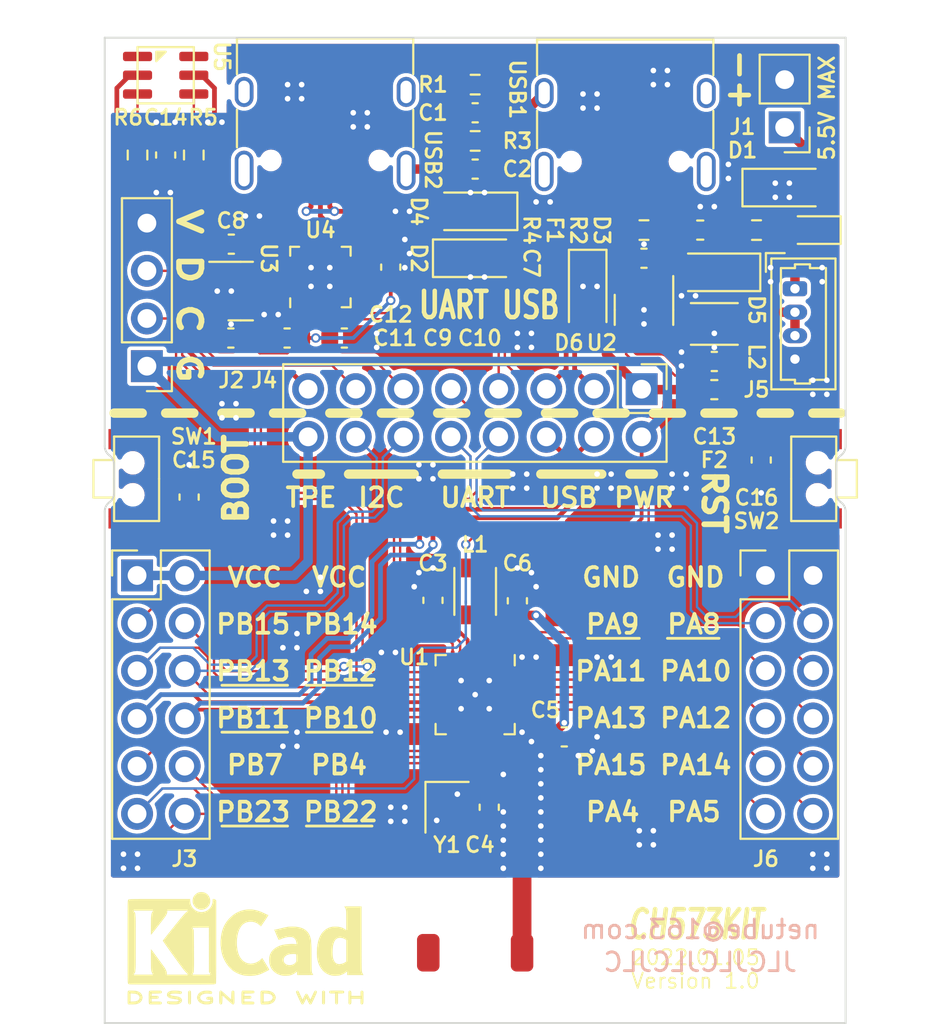
<source format=kicad_pcb>
(kicad_pcb (version 20211014) (generator pcbnew)
  (layers (0 "F.Cu" signal) (31 "B.Cu" signal) (34 "B.Paste" user) (35 "F.Paste" user) (36 "B.SilkS" user "B.Silkscreen") (37 "F.SilkS" user "F.Silkscreen") (38 "B.Mask" user) (39 "F.Mask" user) (44 "Edge.Cuts" user))
  (net 0 "")
  (net 1 "Net-(AE1-Pad1)")
  (net 2 "Net-(C1-Pad1)")
  (net 3 "GND")
  (net 4 "+3V3")
  (net 5 "Net-(C2-Pad1)")
  (net 6 "/VSW")
  (net 7 "/NRST")
  (net 8 "Net-(C4-Pad1)")
  (net 9 "Net-(D1-Pad2)")
  (net 10 "Net-(D2-Pad2)")
  (net 11 "Net-(D3-Pad2)")
  (net 12 "+5V")
  (net 13 "/PB14")
  (net 14 "/PB15")
  (net 15 "Net-(L1-Pad1)")
  (net 16 "Net-(L2-Pad1)")
  (net 17 "/PB11")
  (net 18 "/PB10")
  (net 19 "/+3.3V_UART")
  (net 20 "/BOOT")
  (net 21 "/PA11")
  (net 22 "/PA10")
  (net 23 "Net-(C13-Pad1)")
  (net 24 "/PB7")
  (net 25 "/PB4")
  (net 26 "Net-(F1-Pad1)")
  (net 27 "/X32MO")
  (net 28 "/X32MI")
  (net 29 "/PA4")
  (net 30 "/PA5")
  (net 31 "/PA15")
  (net 32 "/PA14")
  (net 33 "/PA13")
  (net 34 "/PA12")
  (net 35 "VBUS")
  (net 36 "/USB1_DN")
  (net 37 "/USB1_DP")
  (net 38 "/USB_TX")
  (net 39 "/CH_RX")
  (net 40 "/USB_RX")
  (net 41 "/CH_TX")
  (net 42 "/AHT_DIO")
  (net 43 "/I2C_IO")
  (net 44 "/AHT_CLK")
  (net 45 "/I2C_CK")
  (net 46 "Net-(R4-Pad2)")
  (net 47 "/USB2_DP")
  (net 48 "/USB2_DN")
  (net 62 "VDD")
  (net 63 "/VDD_AHT")
  (net 64 "Net-(C7-Pad1)")
  (footprint "Capacitor_SMD:C_0603_1608Metric" (layer "F.Cu") (at 165.75 91 -90)
    (fp_text reference "C4")
    (fp_text value "2.2uF 25V")
  )
  (footprint "Capacitor_SMD:C_0603_1608Metric" (layer "F.Cu") (at 151.975 66 180)
    (fp_text reference "C11")
    (fp_text value "10uF 10V")
  )
  (footprint "Resistor_SMD:R_0603_1608Metric" (layer "F.Cu") (at 174 60.25 180)
    (fp_text reference "R4")
    (fp_text value "10k")
  )
  (footprint "Resistor_SMD:R_0603_1608Metric" (layer "F.Cu") (at 180 60.25)
    (fp_text reference "R2")
    (fp_text value "10k")
  )
  (footprint "Connector_PinHeader_2.54mm:PinHeader_2x06_P2.54mm_Vertical" (layer "F.Cu") (at 146.975 78.65)
    (fp_text reference "J3")
    (fp_text value "Conn_02x06_Odd_Even")
  )
  (footprint "Resistor_SMD:R_0603_1608Metric" (layer "F.Cu") (at 150 56.25 90)
    (fp_text reference "R5")
    (fp_text value "4.7k")
  )
  (footprint "Symbol:KiCad-Logo2_5mm_SilkScreen" (layer "F.Cu") (at 152.75 98.5)
    (fp_text reference "REF**" hide)
    (fp_text value "KiCad-Logo2_5mm_SilkScreen" hide)
  )
  (footprint "Fuse:Fuse_0603_1608Metric" (layer "F.Cu") (at 177.75 68.75 180)
    (fp_text reference "F2")
    (fp_text value "200mA 6V")
  )
  (footprint "Capacitor_SMD:C_0603_1608Metric" (layer "F.Cu") (at 160.5 62.225 90)
    (fp_text reference "C12")
    (fp_text value "1uF 25V")
  )
  (footprint "Connector_PinHeader_2.54mm:PinHeader_2x08_P2.54mm_Vertical" (layer "F.Cu") (at 173.875 68.725 -90)
    (fp_text reference "J4")
    (fp_text value "Conn_02x08_Odd_Even")
  )
  (footprint "Crystal:Crystal_SMD_2016-4Pin_2.0x1.6mm" (layer "F.Cu") (at 163.5 91 -90)
    (fp_text reference "Y1")
    (fp_text value "Crystal_32MHz")
  )
  (footprint "Capacitor_SMD:C_0603_1608Metric" (layer "F.Cu") (at 180.25 72.5 -90)
    (fp_text reference "C16")
    (fp_text value "NC")
  )
  (footprint "Capacitor_SMD:C_0603_1608Metric" (layer "F.Cu") (at 165 57)
    (fp_text reference "C2")
    (fp_text value "10nF 50V")
  )
  (footprint "Capacitor_SMD:C_0603_1608Metric" (layer "F.Cu") (at 174 61.75 180)
    (fp_text reference "C7")
    (fp_text value "10uF 10V")
  )
  (footprint "Connector_USB:USB_C_Receptacle_HRO_TYPE-C-31-M-12" (layer "F.Cu") (at 157 53.94 180)
    (fp_text reference "USB2")
    (fp_text value "USB_C_Plug_USB2.0")
  )
  (footprint "Package_TO_SOT_SMD:SOT-23" (layer "F.Cu") (at 152.5 63.5)
    (fp_text reference "U3")
    (fp_text value "XC6206")
  )
  (footprint "Connector_PinHeader_2.54mm:PinHeader_1x04_P2.54mm_Vertical" (layer "F.Cu") (at 147.5 67.5 180)
    (fp_text reference "J2")
    (fp_text value "2.54 4P")
  )
  (footprint "Connector_USB:USB_C_Receptacle_HRO_TYPE-C-31-M-12" (layer "F.Cu") (at 173 54 180)
    (fp_text reference "USB1")
    (fp_text value "USB_C_Plug_USB2.0")
  )
  (footprint "Connector_PinHeader_2.54mm:PinHeader_1x02_P2.54mm_Vertical" (layer "F.Cu") (at 181.5 54.775 180)
    (fp_text reference "J1")
    (fp_text value "BAT")
  )
  (footprint "Capacitor_SMD:C_0603_1608Metric" (layer "F.Cu") (at 177.75 67.25 180)
    (fp_text reference "C13")
    (fp_text value "10uF 10V")
  )
  (footprint "Resistor_SMD:R_0603_1608Metric" (layer "F.Cu") (at 147 56.25 90)
    (fp_text reference "R6")
    (fp_text value "4.7k")
  )
  (footprint "Diode_SMD:D_SOD-123" (layer "F.Cu") (at 165 59.25 180)
    (fp_text reference "D4")
    (fp_text value "D_Schottky")
  )
  (footprint "Diode_SMD:D_SOD-123F" (layer "F.Cu") (at 171 63.5 -90)
    (fp_text reference "D6")
    (fp_text value "5.5V")
  )
  (footprint "NT_Sensor:AHT21" (layer "F.Cu") (at 148.5 52)
    (fp_text reference "U5")
    (fp_text value "AHT21")
  )
  (footprint "Inductor_SMD:L_TDK_NLV25_2.5x2.0mm" (layer "F.Cu") (at 165 79.5 90)
    (fp_text reference "L1")
    (fp_text value "22uH")
  )
  (footprint "NT_Switch:SW_Che_2x4x3.5" (layer "F.Cu") (at 183.25 73.5 -90)
    (fp_text reference "SW2")
    (fp_text value "SW_Push")
  )
  (footprint "Package_DFN_QFN:QFN-16-1EP_3x3mm_P0.5mm_EP1.7x1.7mm" (layer "F.Cu") (at 156.75 62.75 90)
    (fp_text reference "U4")
    (fp_text value "CH343P")
  )
  (footprint "Fuse:Fuse_0603_1608Metric" (layer "F.Cu") (at 177 60.25 180)
    (fp_text reference "F1")
    (fp_text value "200mA 6V")
  )
  (footprint "Connector_PinHeader_2.54mm:PinHeader_2x06_P2.54mm_Vertical" (layer "F.Cu") (at 180.475 78.65)
    (fp_text reference "J6")
    (fp_text value "Conn_02x06_Odd_Even")
  )
  (footprint "Diode_SMD:D_SOD-123F" (layer "F.Cu") (at 178 62.5 180)
    (fp_text reference "D5")
    (fp_text value "5.5V")
  )
  (footprint "Diode_SMD:D_SOD-123" (layer "F.Cu") (at 181.5 57.985)
    (fp_text reference "D1")
    (fp_text value "D_Schottky")
  )
  (footprint "NT_Switch:SW_Che_2x4x3.5" (layer "F.Cu") (at 146.75 73.5 90)
    (fp_text reference "SW1")
    (fp_text value "SW_Push")
  )
  (footprint "Package_TO_SOT_SMD:SOT-23-5" (layer "F.Cu") (at 174 64.5 -90)
    (fp_text reference "U2")
    (fp_text value "TPS62203")
  )
  (footprint "Resistor_SMD:R_0603_1608Metric" (layer "F.Cu") (at 165 52.5)
    (fp_text reference "R1")
    (fp_text value "1M")
  )
  (footprint "Capacitor_SMD:C_0603_1608Metric" (layer "F.Cu") (at 162.75 79.975 90)
    (fp_text reference "C3")
    (fp_text value "2.2uF 25V")
  )
  (footprint "Capacitor_SMD:C_0603_1608Metric" (layer "F.Cu") (at 152 61 180)
    (fp_text reference "C8")
    (fp_text value "10uF 10V")
  )
  (footprint "Package_DFN_QFN:QFN-28-1EP_4x4mm_P0.4mm_EP2.3x2.3mm" (layer "F.Cu") (at 165 85 -90)
    (fp_text reference "U1")
    (fp_text value "CH573F")
  )
  (footprint "Capacitor_SMD:C_0603_1608Metric" (layer "F.Cu") (at 148.5 56.25 90)
    (fp_text reference "C14")
    (fp_text value "10uF 10V")
  )
  (footprint "NT_RF:CA-C03" (layer "F.Cu") (at 167.5 98.75 180)
    (fp_text reference "AE1" hide)
    (fp_text value "Antenna")
  )
  (footprint "Capacitor_SMD:C_0603_1608Metric" (layer "F.Cu") (at 154.975 66 180)
    (fp_text reference "C9")
    (fp_text value "1uF 25V")
  )
  (footprint "LED_SMD:LED_0603_1608Metric" (layer "F.Cu") (at 183 60.25 180)
    (fp_text reference "D3")
    (fp_text value "POWER LED")
  )
  (footprint "Connector_Molex:Molex_PicoBlade_53047-0410_1x04_P1.25mm_Vertical" (layer "F.Cu") (at 182.05 63.375 -90)
    (fp_text reference "J5")
    (fp_text value "KF2510-4P")
  )
  (footprint "Diode_SMD:D_SOD-123" (layer "F.Cu") (at 165 61.75)
    (fp_text reference "D2")
    (fp_text value "D_Schottky")
  )
  (footprint "Capacitor_SMD:C_0603_1608Metric" (layer "F.Cu") (at 167.25 80 90)
    (fp_text reference "C6")
    (fp_text value "2.2uF 25V")
  )
  (footprint "Capacitor_SMD:C_0603_1608Metric" (layer "F.Cu") (at 165 54 180)
    (fp_text reference "C1")
    (fp_text value "10nF 50V")
  )
  (footprint "Resistor_SMD:R_0603_1608Metric" (layer "F.Cu") (at 165 55.5 180)
    (fp_text reference "R3")
    (fp_text value "1M")
  )
  (footprint "Capacitor_SMD:C_0603_1608Metric" (layer "F.Cu") (at 149.75 74.475 90)
    (fp_text reference "C15")
    (fp_text value "NC")
  )
  (footprint "Capacitor_SMD:C_0603_1608Metric" (layer "F.Cu") (at 158.025 66)
    (fp_text reference "C10")
    (fp_text value "1uF 25V")
  )
  (footprint "Capacitor_SMD:C_0603_1608Metric" (layer "F.Cu") (at 169.75 87.25)
    (fp_text reference "C5")
    (fp_text value "0.1uF 50V")
  )
  (footprint "Inductor_SMD:L_TDK_NLV25_2.5x2.0mm" (layer "F.Cu") (at 177.75 65.25)
    (fp_text reference "L2")
    (fp_text value "10uH")
  )
  (gr_line (start 180.25 70) (end 181.75 70) (layer "F.SilkS") (width 0.5))
  (gr_line (start 168.75 70) (end 170.25 70) (layer "F.SilkS") (width 0.5))
  (gr_line (start 177.25 70) (end 178.75 70) (layer "F.SilkS") (width 0.5))
  (gr_line (start 160 70) (end 161.5 70) (layer "F.SilkS") (width 0.5))
  (gr_line (start 154.25 70) (end 155.75 70) (layer "F.SilkS") (width 0.5))
  (gr_line (start 158.25 73.25) (end 161.75 73.25) (layer "F.SilkS") (width 0.5))
  (gr_line (start 163 70) (end 164.5 70) (layer "F.SilkS") (width 0.5))
  (gr_line (start 151.5 92) (end 155 92) (layer "F.SilkS") (width 0.15))
  (gr_line (start 156 92) (end 159.5 92) (layer "F.SilkS") (width 0.15))
  (gr_line (start 151.5 70) (end 153 70) (layer "F.SilkS") (width 0.5))
  (gr_line (start 151.5 87) (end 155 87) (layer "F.SilkS") (width 0.15))
  (gr_line (start 168.5 73.25) (end 171.75 73.25) (layer "F.SilkS") (width 0.5))
  (gr_line (start 145.75 70) (end 147.25 70) (layer "F.SilkS") (width 0.5))
  (gr_line (start 165.75 70) (end 167.25 70) (layer "F.SilkS") (width 0.5))
  (gr_line (start 156 84.5) (end 159.5 84.5) (layer "F.SilkS") (width 0.15))
  (gr_line (start 173.25 73.25) (end 174.5 73.25) (layer "F.SilkS") (width 0.5))
  (gr_line (start 148.5 70) (end 150 70) (layer "F.SilkS") (width 0.5))
  (gr_line (start 171.5 70) (end 173 70) (layer "F.SilkS") (width 0.5))
  (gr_line (start 174.5 70) (end 176 70) (layer "F.SilkS") (width 0.5))
  (gr_line (start 156 87) (end 159.5 87) (layer "F.SilkS") (width 0.15))
  (gr_line (start 163.25 73.25) (end 166.75 73.25) (layer "F.SilkS") (width 0.5))
  (gr_line (start 155.5 73.25) (end 156.75 73.25) (layer "F.SilkS") (width 0.5))
  (gr_line (start 151.5 84.5) (end 155 84.5) (layer "F.SilkS") (width 0.15))
  (gr_line (start 175.25 82) (end 178 82) (layer "F.SilkS") (width 0.15))
  (gr_line (start 171 82) (end 173.75 82) (layer "F.SilkS") (width 0.15))
  (gr_line (start 157.25 70) (end 158.75 70) (layer "F.SilkS") (width 0.5))
  (gr_line (start 183 70) (end 184.5 70) (layer "F.SilkS") (width 0.5))
  (gr_arc (start 184.5 74.75) (mid 184.313826 74.530587) (end 184.25 74.25) (layer "Edge.Cuts") (width 0.1))
  (gr_line (start 184.75 102.5) (end 145.25 102.5) (layer "Edge.Cuts") (width 0.1))
  (gr_arc (start 184.5 74.75) (mid 184.686174 74.969413) (end 184.75 75.25) (layer "Edge.Cuts") (width 0.1))
  (gr_line (start 145.75 72.75) (end 145.75 74.25) (layer "Edge.Cuts") (width 0.1))
  (gr_arc (start 145.5 72.25) (mid 145.313826 72.030587) (end 145.25 71.75) (layer "Edge.Cuts") (width 0.1))
  (gr_line (start 145.25 71.75) (end 145.25 50) (layer "Edge.Cuts") (width 0.1))
  (gr_arc (start 145.75 74.25) (mid 145.686174 74.530587) (end 145.5 74.75) (layer "Edge.Cuts") (width 0.1))
  (gr_arc (start 145.25 75.25) (mid 145.313826 74.969413) (end 145.5 74.75) (layer "Edge.Cuts") (width 0.1))
  (gr_line (start 184.75 50) (end 184.75 71.75) (layer "Edge.Cuts") (width 0.1))
  (gr_arc (start 184.25 72.75) (mid 184.313826 72.469413) (end 184.5 72.25) (layer "Edge.Cuts") (width 0.1))
  (gr_arc (start 145.5 72.25) (mid 145.686174 72.469413) (end 145.75 72.75) (layer "Edge.Cuts") (width 0.1))
  (gr_line (start 145.25 50) (end 184.75 50) (layer "Edge.Cuts") (width 0.1))
  (gr_line (start 184.25 74.25) (end 184.25 72.75) (layer "Edge.Cuts") (width 0.1))
  (gr_line (start 184.75 75.25) (end 184.75 102.5) (layer "Edge.Cuts") (width 0.1))
  (gr_arc (start 184.75 71.75) (mid 184.686174 72.030587) (end 184.5 72.25) (layer "Edge.Cuts") (width 0.1))
  (gr_line (start 145.25 102.5) (end 145.25 75.25) (layer "Edge.Cuts") (width 0.1))
  (gr_text "JLCJLCJLCJLC" (at 177 99.25) (layer "B.SilkS") (effects (font (size 1 1)) (justify mirror)))
  (gr_text "netube@163.com" (at 177 97.5) (layer "B.SilkS") (effects (font (size 1 1)) (justify mirror)))
  (gr_text "VCC" (at 153.25 78.75) (layer "F.SilkS") (effects (font (size 1 1) (thickness 0.2))))
  (gr_text "TPE" (at 156.25 74.5) (layer "F.SilkS") (effects (font (size 1 1) (thickness 0.2))))
  (gr_text "PA11 PA10" (at 174.5 83.75) (layer "F.SilkS") (effects (font (size 1 1) (thickness 0.2))))
  (gr_text "5.5V MAX" (at 183.75 53.75 90) (layer "F.SilkS") (effects (font (size 0.8 0.8))))
  (gr_text "2022.01.05" (at 176.75 99) (layer "F.SilkS") (effects (font (size 0.8 0.8) (thickness 0.1))))
  (gr_text "PA4  PA5" (at 174.5 91.25) (layer "F.SilkS") (effects (font (size 1 1) (thickness 0.2))))
  (gr_text "Version 1.0" (at 176.75 100.25) (layer "F.SilkS") (effects (font (size 0.8 0.8) (thickness 0.1))))
  (gr_text "I2C" (at 160 74.5) (layer "F.SilkS") (effects (font (size 1 1) (thickness 0.2))))
  (gr_text "UART USB" (at 165.75 64.25) (layer "F.SilkS") (effects (font (size 1.4 1) (thickness 0.24))))
  (gr_text "PA9  PA8" (at 174.5 81.25) (layer "F.SilkS") (effects (font (size 1 1) (thickness 0.2))))
  (gr_text "PB13 PB12" (at 155.5 83.75) (layer "F.SilkS") (effects (font (size 1 1) (thickness 0.2))))
  (gr_text "PB15 PB14" (at 155.5 81.25) (layer "F.SilkS") (effects (font (size 1 1) (thickness 0.2))))
  (gr_text "VCC" (at 157.75 78.75) (layer "F.SilkS") (effects (font (size 1 1) (thickness 0.2))))
  (gr_text "GND" (at 172.25 78.75) (layer "F.SilkS") (effects (font (size 1 1) (thickness 0.2))))
  (gr_text "PB23 PB22" (at 155.5 91.25) (layer "F.SilkS") (effects (font (size 1 1) (thickness 0.2))))
  (gr_text "PB11 PB10" (at 155.5 86.25) (layer "F.SilkS") (effects (font (size 1 1) (thickness 0.2))))
  (gr_text "PB7  PB4" (at 155.5 88.75) (layer "F.SilkS") (effects (font (size 1 1) (thickness 0.2))))
  (gr_text "UART" (at 165 74.5) (layer "F.SilkS") (effects (font (size 1 1) (thickness 0.2))))
  (gr_text "+-" (at 179 52.25 90) (layer "F.SilkS") (effects (font (size 1.3 1.3) (thickness 0.25))))
  (gr_text "USB" (at 170 74.5) (layer "F.SilkS") (effects (font (size 1 1) (thickness 0.2))))
  (gr_text "PA13 PA12" (at 174.5 86.25) (layer "F.SilkS") (effects (font (size 1 1) (thickness 0.2))))
  (gr_text "BOOT" (at 152.25 73.5 -270) (layer "F.SilkS") (effects (font (size 1.2 1.2) (thickness 0.3))))
  (gr_text "PA15 PA14" (at 174.5 88.75) (layer "F.SilkS") (effects (font (size 1 1) (thickness 0.2))))
  (gr_text "V D C G" (at 149.75 63.75 -90) (layer "F.SilkS") (effects (font (size 1.2 1.5) (thickness 0.3))))
  (gr_text "GND" (at 176.75 78.75) (layer "F.SilkS") (effects (font (size 1 1) (thickness 0.2))))
  (gr_text "CH573KIT" (at 176.75 97.25) (layer "F.SilkS") (effects (font (size 1.5 1) (thickness 0.25) italic)))
  (gr_text "RST" (at 177.75 74.75 -90) (layer "F.SilkS") (effects (font (size 1.2 1.2) (thickness 0.3))))
  (gr_text "PWR" (at 174 74.5) (layer "F.SilkS") (effects (font (size 1 1) (thickness 0.2))))
  (segment (start 166.59952 87.75) (end 167.5 88.65048) (width 1) (layer "F.Cu") (net 1))
  (segment (start 167.5 88.65048) (end 167.5 98.75) (width 1) (layer "F.Cu") (net 1))
  (segment (start 165.775 54) (end 165.775 52.55) (width 0.5) (layer "F.Cu") (net 2))
  (segment (start 165.775 52.55) (end 165.825 52.5) (width 0.5) (layer "F.Cu") (net 2))
  (segment (start 167.63 54) (end 168.68 52.95) (width 0.5) (layer "F.Cu") (net 2))
  (segment (start 165.775 54) (end 167.63 54) (width 0.5) (layer "F.Cu") (net 2))
  (segment (start 165.825 52.5) (end 165.88 52.5) (width 0.5) (layer "F.Cu") (net 2))
  (segment (start 150.413545 52) (end 151.10152 52.687975) (width 0.254) (layer "F.Cu") (net 3))
  (segment (start 150 52) (end 150.5 52) (width 0.127) (layer "F.Cu") (net 3))
  (segment (start 151.10152 52.687975) (end 151.10152 55.25) (width 0.254) (layer "F.Cu") (net 3))
  (segment (start 150 52) (end 150.413545 52) (width 0.254) (layer "F.Cu") (net 3))
  (via (at 157.25 63.25) (size 0.5) (drill 0.3) (layers "F.Cu" "B.Cu") (net 3))
  (via (at 159.75 65.75) (size 0.5) (drill 0.3) (layers "F.Cu" "B.Cu") (net 3))
  (via (at 176 67.487) (size 0.5) (drill 0.3) (layers "F.Cu" "B.Cu") (net 3))
  (via (at 165.5 62.75) (size 0.5) (drill 0.3) (layers "F.Cu" "B.Cu") (net 3))
  (via (at 164.75 62.75) (size 0.5) (drill 0.3) (layers "F.Cu" "B.Cu") (net 3))
  (via (at 151.5 70.25) (size 0.5) (drill 0.3) (layers "F.Cu" "B.Cu") (net 3))
  (via (at 176.25 74) (size 0.5) (drill 0.3) (layers "F.Cu" "B.Cu") (net 3))
  (via (at 155 53.25) (size 0.5) (drill 0.3) (layers "F.Cu" "B.Cu") (net 3))
  (via (at 164.25 85.75) (size 0.5) (drill 0.3) (layers "F.Cu" "B.Cu") (net 3))
  (via (at 174.75 76.5) (size 0.5) (drill 0.3) (layers "F.Cu" "B.Cu") (net 3))
  (via (at 165.75 84.25) (size 0.5) (drill 0.3) (layers "F.Cu" "B.Cu") (net 3))
  (via (at 155.5 82.5) (size 0.5) (drill 0.3) (layers "F.Cu" "B.Cu") (net 3))
  (via (at 168.5 89.75) (size 0.5) (drill 0.3) (layers "F.Cu" "B.Cu") (net 3))
  (via (at 155 52.5) (size 0.5) (drill 0.3) (layers "F.Cu" "B.Cu") (net 3))
  (via (at 181 58.5) (size 0.5) (drill 0.3) (layers "F.Cu" "B.Cu") (net 3))
  (via (at 156 79.5) (size 0.5) (drill 0.3) (layers "F.Cu" "B.Cu") (net 3))
  (via (at 168.25 58.75) (size 0.5) (drill 0.3) (layers "F.Cu" "B.Cu") (net 3))
  (via (at 180.75 62.25) (size 0.5) (drill 0.3) (layers "F.Cu" "B.Cu") (net 3))
  (via (at 168.5 92.75) (size 0.5) (drill 0.3) (layers "F.Cu" "B.Cu") (net 3))
  (via (at 155.75 53.25) (size 0.5) (drill 0.3) (layers "F.Cu" "B.Cu") (net 3))
  (via (at 178.5 57.5) (size 0.5) (drill 0.3) (layers "F.Cu" "B.Cu") (net 3))
  (via (at 148 54.5) (size 0.5) (drill 0.3) (layers "F.Cu" "B.Cu") (net 3))
  (via (at 147 93.5) (size 0.5) (drill 0.3) (layers "F.Cu" "B.Cu") (net 3))
  (via (at 162.75 78.25) (size 0.5) (drill 0.3) (layers "F.Cu" "B.Cu") (net 3))
  (via (at 148.75 58.25) (size 0.5) (drill 0.3) (layers "F.Cu" "B.Cu") (net 3))
  (via (at 168.25 79.25) (size 0.5) (drill 0.3) (layers "F.Cu" "B.Cu") (net 3))
  (via (at 180.75 63) (size 0.5) (drill 0.3) (layers "F.Cu" "B.Cu") (net 3))
  (via (at 176 66.75) (size 0.5) (drill 0.3) (layers "F.Cu" "B.Cu") (net 3))
  (via (at 169 58.75) (size 0.5) (drill 0.3) (layers "F.Cu" "B.Cu") (net 3))
  (via (at 183 93.5) (size 0.5) (drill 0.3) (layers "F.Cu" "B.Cu") (net 3))
  (via (at 174.5 51.75) (size 0.5) (drill 0.3) (layers "F.Cu" "B.Cu") (net 3))
  (via (at 167 73.25) (size 0.5) (drill 0.3) (layers "F.Cu" "B.Cu") (net 3))
  (via (at 162.95 91.7) (size 0.5) (drill 0.3) (layers "F.Cu" "B.Cu") (net 3))
  (via (at 171.5 83) (size 0.5) (drill 0.3) (layers "F.Cu" "B.Cu") (net 3))
  (via (at 168 78.5) (size 0.5) (drill 0.3) (layers "F.Cu" "B.Cu") (net 3))
  (via (at 176.25 73.25) (size 0.5) (drill 0.3) (layers "F.Cu" "B.Cu") (net 3))
  (via (at 155.5 81.75) (size 0.5) (drill 0.3) (layers "F.Cu" "B.Cu") (net 3))
  (via (at 171.5 53.75) (size 0.5) (drill 0.3) (layers "F.Cu" "B.Cu") (net 3))
  (via (at 170.5 88.25) (size 0.5) (drill 0.3) (layers "F.Cu" "B.Cu") (net 3))
  (via (at 170.75 63.25) (size 0.5) (drill 0.3) (layers "F.Cu" "B.Cu") (net 3))
  (via (at 168.25 83) (size 0.5) (drill 0.3) (layers "F.Cu" "B.Cu") (net 3))
  (via (at 168 87.5) (size 0.5) (drill 0.3) (layers "F.Cu" "B.Cu") (net 3))
  (via (at 174.5 52.5) (size 0.5) (drill 0.3) (layers "F.Cu" "B.Cu") (net 3))
  (via (at 168.5 92) (size 0.5) (drill 0.3) (layers "F.Cu" "B.Cu") (net 3))
  (via (at 175.5 73.25) (size 0.5) (drill 0.3) (layers "F.Cu" "B.Cu") (net 3))
  (via (at 174 65.25) (size 0.5) (drill 0.3) (layers "F.Cu" "B.Cu") (net 3))
  (via (at 164.25 84.25) (size 0.5) (drill 0.3) (layers "F.Cu" "B.Cu") (net 3))
  (via (at 175.25 51.75) (size 0.5) (drill 0.3) (layers "F.Cu" "B.Cu") (net 3))
  (via (at 156.25 63.25) (size 0.5) (drill 0.3) (layers "F.Cu" "B.Cu") (net 3))
  (via (at 167.25 66.5) (size 0.5) (drill 0.3) (layers "F.Cu" "B.Cu") (net 3))
  (via (at 170.75 53.75) (size 0.5) (drill 0.3) (layers "F.Cu" "B.Cu") (net 3))
  (via (at 173.75 92.25) (size 0.5) (drill 0.3) (layers "F.Cu" "B.Cu") (net 3))
  (via (at 162.75 72.75) (size 0.5) (drill 0.3) (layers "F.Cu" "B.Cu") (net 3))
  (via (at 149.75 72.75) (size 0.5) (drill 0.3) (layers "F.Cu" "B.Cu") (net 3))
  (via (at 161.5 61.5) (size 0.5) (drill 0.3) (layers "F.Cu" "B.Cu") (net 3))
  (via (at 168.5 90.5) (size 0.5) (drill 0.3) (layers "F.Cu" "B.Cu") (net 3))
  (via (at 161.25 62.25) (size 0.5) (drill 0.3) (layers "F.Cu" "B.Cu") (net 3))
  (via (at 146.25 94.25) (size 0.5) (drill 0.3) (layers "F.Cu" "B.Cu") (net 3))
  (via (at 171.5 87.25) (size 0.5) (drill 0.3) (layers "F.Cu" "B.Cu") (net 3))
  (via (at 174.5 93) (size 0.5) (drill 0.3) (layers "F.Cu" "B.Cu") (net 3))
  (via (at 168.5 88.25) (size 0.5) (drill 0.3) (layers "F.Cu" "B.Cu") (net 3))
  (via (at 181.75 57.75) (size 0.5) (drill 0.3) (layers "F.Cu" "B.Cu") (net 3))
  (via (at 183 69) (size 0.5) (drill 0.3) (layers "F.Cu" "B.Cu") (net 3))
  (via (at 152.25 69.5) (size 0.5) (drill 0.3) (layers "F.Cu" "B.Cu") (net 3))
  (via (at 175.5 74) (size 0.5) (drill 0.3) (layers "F.Cu" "B.Cu") (net 3))
  (via (at 166.5 92) (size 0.5) (drill 0.3) (layers "F.Cu" "B.Cu") (net 3))
  (via (at 177.75 59) (size 0.5) (drill 0.3) (layers "F.Cu" "B.Cu") (net 3))
  (via (at 161.25 60.75) (size 0.5) (drill 0.3) (layers "F.Cu" "B.Cu") (net 3))
  (via (at 154.5 64.75) (size 0.5) (drill 0.3) (layers "F.Cu" "B.Cu") (net 3))
  (via (at 172.25 83) (size 0.5) (drill 0.3) (layers "F.Cu" "B.Cu") (net 3))
  (via (at 156.75 78.75) (size 0.5) (drill 0.3) (layers "F.Cu" "B.Cu") (net 3))
  (via (at 159.25 54) (size 0.5) (drill 0.3) (layers "F.Cu" "B.Cu") (net 3))
  (via (at 164.05 90.3) (size 0.5) (drill 0.3) (layers "F.Cu" "B.Cu") (net 3))
  (via (at 183 68.25) (size 0.5) (drill 0.3) (layers "F.Cu" "B.Cu") (net 3))
  (via (at 161.75 79.25) (size 0.5) (drill 0.3) (layers "F.Cu" "B.Cu") (net 3))
  (via (at 177.75 65.75) (size 0.5) (drill 0.3) (layers "F.Cu" "B.Cu") (net 3))
  (via (at 151.25 63.5) (size 0.5) (drill 0.3) (layers "F.Cu" "B.Cu") (net 3))
  (via (at 167.5 83) (size 0.5) (drill 0.3) (layers "F.Cu" "B.Cu") (net 3))
  (via (at 152 63.5) (size 0.5) (drill 0.3) (layers "F.Cu" "B.Cu") (net 3))
  (via (at 171.5 74) (size 0.5) (drill 0.3) (layers "F.Cu" "B.Cu") (net 3))
  (via (at 152.25 70.25) (size 0.5) (drill 0.3) (layers "F.Cu" "B.Cu") (net 3))
  (via (at 174 64.5) (size 0.5) (drill 0.3) (layers "F.Cu" "B.Cu") (net 3))
  (via (at 168.5 94.25) (size 0.5) (drill 0.3) (layers "F.Cu" "B.Cu") (net 3))
  (via (at 161.25 91) (size 0.5) (drill 0.3) (layers "F.Cu" "B.Cu") (net 3))
  (via (at 174.5 92.25) (size 0.5) (drill 0.3) (layers "F.Cu" "B.Cu") (net 3))
  (via (at 162 78.5) (size 0.5) (drill 0.3) (layers "F.Cu" "B.Cu") (net 3))
  (via (at 161 87) (size 0.5) (drill 0.3) (layers "F.Cu" "B.Cu") (net 3))
  (via (at 166.5 89.25) (size 0.5) (drill 0.3) (layers "F.Cu" "B.Cu") (net 3))
  (via (at 167.5 87) (size 0.5) (drill 0.3) (layers "F.Cu" "B.Cu") (net 3))
  (via (at 155 75.75) (size 0.5) (drill 0.3) (layers "F.Cu" "B.Cu") (net 3))
  (via (at 183.5 63) (size 0.5) (drill 0.3) (layers "F.Cu" "B.Cu") (net 3))
  (via (at 177.75 66.5) (size 0.5) (drill 0.3) (layers "F.Cu" "B.Cu") (net 3))
  (via (at 167.75 73.25) (size 0.5) (drill 0.3) (layers "F.Cu" "B.Cu") (net 3))
  (via (at 158.5 54) (size 0.5) (drill 0.3) (layers "F.Cu" "B.Cu") (net 3))
  (via (at 160.75 59.25) (size 0.5) (drill 0.3) (layers "F.Cu" "B.Cu") (net 3))
  (via (at 159.25 54.75) (size 0.5) (drill 0.3) (layers "F.Cu" "B.Cu") (net 3))
  (via (at 153.5 59.5) (size 0.5) (drill 0.3) (layers "F.Cu" "B.Cu") (net 3))
  (via (at 166.5 91.25) (size 0.5) (drill 0.3) (layers "F.Cu" "B.Cu") (net 3))
  (via (at 170.75 53) (size 0.5) (drill 0.3) (layers "F.Cu" "B.Cu") (net 3))
  (via (at 147 94.25) (size 0.5) (drill 0.3) (layers "F.Cu" "B.Cu") (net 3))
  (via (at 171.5 63.25) (size 0.5) (drill 0.3) (layers "F.Cu" "B.Cu") (net 3))
  (via (at 160.5 91) (size 0.5) (drill 0.3) (layers "F.Cu" "B.Cu") (net 3))
  (via (at 160 82.75) (size 0.5) (drill 0.3) (layers "F.Cu" "B.Cu") (net 3))
  (via (at 151.986444 65.263556) (size 0.5) (drill 0.3) (layers "F.Cu" "B.Cu") (net 3))
  (via (at 181 57.75) (size 0.5) (drill 0.3) (layers "F.Cu" "B.Cu") (net 3))
  (via (at 183.75 94.25) (size 0.5) (drill 0.3) (layers "F.Cu" "B.Cu") (net 3))
  (via (at 153.75 64.75) (size 0.5) (drill 0.3) (layers "F.Cu" "B.Cu") (net 3))
  (via (at 168.5 93.5) (size 0.5) (drill 0.3) (layers "F.Cu" "B.Cu") (net 3))
  (via (at 159.75 66.5) (size 0.5) (drill 0.3) (layers "F.Cu" "B.Cu") (net 3))
  (via (at 167.25 65.75) (size 0.5) (drill 0.3) (layers "F.Cu" "B.Cu") (net 3))
  (via (at 183.75 68.25) (size 0.5) (drill 0.3) (layers "F.Cu" "B.Cu") (net 3))
  (via (at 171.25 88) (size 0.5) (drill 0.3) (layers "F.Cu" "B.Cu") (net 3))
  (via (at 175.5 76.5) (size 0.5) (drill 0.3) (layers "F.Cu" "B.Cu") (net 3))
  (via (at 166.5 94.25) (size 0.5) (drill 0.3) (layers "F.Cu" "B.Cu") (net 3))
  (via (at 167.25 78.25) (size 0.5) (drill 0.3) (layers "F.Cu" "B.Cu") (net 3))
  (via (at 174.75 77.25) (size 0.5) (drill 0.3) (layers "F.Cu" "B.Cu") (net 3))
  (via (at 171.5 53) (size 0.5) (drill 0.3) (layers "F.Cu" "B.Cu") (net 3))
  (via (at 155 76.5) (size 0.5) (drill 0.3) (layers "F.Cu" "B.Cu") (net 3))
  (via (at 166.5 92.75) (size 0.5) (drill 0.3) (layers "F.Cu" "B.Cu") (net 3))
  (via (at 154.25 76.5) (size 0.5) (drill 0.3) (layers "F.Cu" "B.Cu") (net 3))
  (via (at 160.5 91.75) (size 0.5) (drill 0.3) (layers "F.Cu" "B.Cu") (net 3))
  (via (at 183.75 93.5) (size 0.5) (drill 0.3) (layers "F.Cu" "B.Cu") (net 3))
  (via (at 165.5 58.25) (size 0.5) (drill 0.3) (layers "F.Cu" "B.Cu") (net 3))
  (via (at 168 65.75) (size 0.5) (drill 0.3) (layers "F.Cu" "B.Cu") (net 3))
  (via (at 168.5 89) (size 0.5) (drill 0.3) (layers "F.Cu" "B.Cu") (net 3))
  (via (at 149 54.5) (size 0.5) (drill 0.3) (layers "F.Cu" "B.Cu") (net 3))
  (via (at 154.25 75.75) (size 0.5) (drill 0.3) (layers "F.Cu" "B.Cu") (net 3))
  (via (at 168 66.5) (size 0.5) (drill 0.3) (layers "F.Cu" "B.Cu") (net 3))
  (via (at 155.5 87.75) (size 0.5) (drill 0.3) (layers "F.Cu" "B.Cu") (net 3))
  (via (at 150.75 54.5) (size 0.5) (drill 0.3) (layers "F.Cu" "B.Cu") (net 3))
  (via (at 174 61) (size 0.5) (drill 0.3) (layers "F.Cu" "B.Cu") (net 3))
  (via (at 178.5 56.75) (size 0.5) (drill 0.3) (layers "F.Cu" "B.Cu") (net 3))
  (via (at 168.5 91.25) (size 0.5) (drill 0.3) (layers "F.Cu" "B.Cu") (net 3))
  (via (at 164.75 58.25) (size 0.5) (drill 0.3) (layers "F.Cu" "B.Cu") (net 3))
  (via (at 151.5 54.5) (size 0.5) (drill 0.3) (layers "F.Cu" "B.Cu") (net 3))
  (via (at 148 58.25) (size 0.5) (drill 0.3) (layers "F.Cu" "B.Cu") (net 3))
  (via (at 158.5 54.75) (size 0.5) (drill 0.3) (layers "F.Cu" "B.Cu") (net 3))
  (via (at 155.5 87) (size 0.5) (drill 0.3) (layers "F.Cu" "B.Cu") (net 3))
  (via (at 162 72.75) (size 0.5) (drill 0.3) (layers "F.Cu" "B.Cu") (net 3))
  (via (at 161.5 59.25) (size 0.5) (drill 0.3) (layers "F.Cu" "B.Cu") (net 3))
  (via (at 181.75 58.5) (size 0.5) (drill 0.3) (layers "F.Cu" "B.Cu") (net 3))
  (via (at 156.75 79.5) (size 0.5) (drill 0.3) (layers "F.Cu" "B.Cu") (net 3))
  (via (at 154.75 87.75) (size 0.5) (drill 0.3) (layers "F.Cu" "B.Cu") (net 3))
  (via (at 172.25 74) (size 0.5) (drill 0.3) (layers "F.Cu" "B.Cu") (net 3))
  (via (at 183.75 69) (size 0.5) (drill 0.3) (layers "F.Cu" "B.Cu") (net 3))
  (via (at 176.75 63.75) (size 0.5) (drill 0.3) (layers "F.Cu" "B.Cu") (net 3))
  (via (at 160.75 82.75) (size 0.5) (drill 0.3) (layers "F.Cu" "B.Cu") (net 3))
  (via (at 173.75 93) (size 0.5) (drill 0.3) (layers "F.Cu" "B.Cu") (net 3))
  (via (at 156.25 62.25) (size 0.5) (drill 0.3) (layers "F.Cu" "B.Cu") (net 3))
  (via (at 176 63.75) (size 0.5) (drill 0.3) (layers "F.Cu" "B.Cu") (net 3))
  (via (at 183 94.25) (size 0.5) (drill 0.3) (layers "F.Cu" "B.Cu") (net 3))
  (via (at 151.5 69.5) (size 0.5) (drill 0.3) (layers "F.Cu" "B.Cu") (net 3))
  (via (at 180.25 74.25) (size 0.5) (drill 0.3) (layers "F.Cu" "B.Cu") (net 3))
  (via (at 162.75 73.5) (size 0.5) (drill 0.3) (layers "F.Cu" "B.Cu") (net 3))
  (via (at 175.25 52.5) (size 0.5) (drill 0.3) (layers "F.Cu" "B.Cu") (net 3))
  (via (at 157.25 62.25) (size 0.5) (drill 0.3) (layers "F.Cu" "B.Cu") (net 3))
  (via (at 160.25 87) (size 0.5) (drill 0.3) (layers "F.Cu" "B.Cu") (net 3))
  (via (at 152.75 59.5) (size 0.5) (drill 0.3) (layers "F.Cu" "B.Cu") (net 3))
  (via (at 146.25 93.5) (size 0.5) (drill 0.3) (layers "F.Cu" "B.Cu") (net 3))
  (via (at 175.5 77.25) (size 0.5) (drill 0.3) (layers "F.Cu" "B.Cu") (net 3))
  (via (at 165.75 85.75) (size 0.5) (drill 0.3) (layers "F.Cu" "B.Cu") (net 3))
  (via (at 161.25 91.75) (size 0.5) (drill 0.3) (layers "F.Cu" "B.Cu") (net 3))
  (via (at 177 59) (size 0.5) (drill 0.3) (layers "F.Cu" "B.Cu") (net 3))
  (via (at 167 74) (size 0.5) (drill 0.3) (layers "F.Cu" "B.Cu") (net 3))
  (via (at 162 73.5) (size 0.5) (drill 0.3) (layers "F.Cu" "B.Cu") (net 3))
  (via (at 166.5 93.5) (size 0.5) (drill 0.3) (layers "F.Cu" "B.Cu") (net 3))
  (via (at 167.75 74) (size 0.5) (drill 0.3) (layers "F.Cu" "B.Cu") (net 3))
  (via (at 165 85) (size 0.5) (drill 0.3) (layers "F.Cu" "B.Cu") (net 3))
  (via (at 183.5 62.25) (size 0.5) (drill 0.3) (layers "F.Cu" "B.Cu") (net 3))
  (via (at 154.75 82.5) (size 0.5) (drill 0.3) (layers "F.Cu" "B.Cu") (net 3))
  (via (at 155.75 52.5) (size 0.5) (drill 0.3) (layers "F.Cu" "B.Cu") (net 3))
  (via (at 172.25 73.25) (size 0.5) (drill 0.3) (layers "F.Cu" "B.Cu") (net 3))
  (via (at 171.5 73.25) (size 0.5) (drill 0.3) (layers "F.Cu" "B.Cu") (net 3))
  (segment (start 172 65.9) (end 171 64.9) (width 0.5) (layer "F.Cu") (net 4))
  (segment (start 173.9 68.75) (end 173.875 68.725) (width 0.5) (layer "F.Cu") (net 4))
  (segment (start 176.9625 68.75) (end 173.9 68.75) (width 0.5) (layer "F.Cu") (net 4))
  (segment (start 172 66.85) (end 172 65.9) (width 0.5) (layer "F.Cu") (net 4))
  (segment (start 173.875 68.725) (end 172 66.85) (width 0.5) (layer "F.Cu") (net 4))
  (segment (start 161.39 57) (end 161.32 57.07) (width 0.5) (layer "F.Cu") (net 5))
  (segment (start 164.175 56.95) (end 164.225 57) (width 0.5) (layer "F.Cu") (net 5))
  (segment (start 164.225 57) (end 161.39 57) (width 0.5) (layer "F.Cu") (net 5))
  (segment (start 164.175 55.5) (end 164.175 56.95) (width 0.5) (layer "F.Cu") (net 5))
  (segment (start 166.71454 81.31046) (end 167.25 80.775) (width 0.2) (layer "F.Cu") (net 6))
  (segment (start 166.18954 81.31046) (end 166.71454 81.31046) (width 0.2) (layer "F.Cu") (net 6))
  (segment (start 165.4 82.1) (end 166.18954 81.31046) (width 0.2) (layer "F.Cu") (net 6))
  (segment (start 166.22548 79.770816) (end 167.229664 80.775) (width 0.7) (layer "F.Cu") (net 6))
  (segment (start 166.9375 86.2) (end 167.925 86.2) (width 0.2) (layer "F.Cu") (net 6))
  (segment (start 165 78.25) (end 165.25 78.25) (width 0.2) (layer "F.Cu") (net 6))
  (segment (start 169 87.25) (end 169.75 86.5) (width 0.5) (layer "F.Cu") (net 6))
  (segment (start 167.925 86.2) (end 168.975 87.25) (width 0.2) (layer "F.Cu") (net 6))
  (segment (start 166.22548 79.22548) (end 166.22548 79.770816) (width 0.7) (layer "F.Cu") (net 6))
  (segment (start 168.975 87.25) (end 169 87.25) (width 0.5) (layer "F.Cu") (net 6))
  (segment (start 167.229664 80.775) (end 167.25 80.775) (width 0.7) (layer "F.Cu") (net 6))
  (segment (start 167.225 80.775) (end 167.25 80.775) (width 0.2) (layer "F.Cu") (net 6))
  (segment (start 165.25 78.25) (end 166.22548 79.22548) (width 0.7) (layer "F.Cu") (net 6))
  (segment (start 167.25 80.75) (end 167.25 80.775) (width 0.2) (layer "F.Cu") (net 6))
  (segment (start 168.25 80.775) (end 167.25 80.775) (width 0.5) (layer "F.Cu") (net 6))
  (segment (start 165.4 83.0625) (end 165.4 82.1) (width 0.2) (layer "F.Cu") (net 6))
  (via (at 168.25 80.775) (size 0.5) (drill 0.3) (layers "F.Cu" "B.Cu") (net 6))
  (via (at 169.75 86.5) (size 0.5) (drill 0.3) (layers "F.Cu" "B.Cu") (net 6))
  (segment (start 169.75 82.275) (end 169.75 86.5) (width 0.5) (layer "B.Cu") (net 6))
  (segment (start 168.25 80.775) (end 169.75 82.275) (width 0.5) (layer "B.Cu") (net 6))
  (segment (start 150 90) (end 148.325 90) (width 0.127) (layer "F.Cu") (net 7))
  (segment (start 157.5 91) (end 151 91) (width 0.127) (layer "F.Cu") (net 7))
  (segment (start 180.325 71.8) (end 180.25 71.725) (width 0.25) (layer "F.Cu") (net 7))
  (segment (start 181.95 71.8) (end 180.325 71.8) (width 0.25) (layer "F.Cu") (net 7))
  (segment (start 180.25 71.725) (end 175.275 71.725) (width 0.127) (layer "F.Cu") (net 7))
  (segment (start 163.87348 88.32652) (end 158.42348 88.32652) (width 0.127) (layer "F.Cu") (net 7))
  (segment (start 151 91) (end 150 90) (width 0.127) (layer "F.Cu") (net 7))
  (segment (start 174.25 72.75) (end 174.25 75.763387) (width 0.127) (layer "F.Cu") (net 7))
  (segment (start 158.42348 88.32652) (end 157.92348 88.826521) (width 0.127) (layer "F.Cu") (net 7))
  (segment (start 164.88698 76.61302) (end 164.5 77) (width 0.127) (layer "F.Cu") (net 7))
  (segment (start 164.2 86.9375) (end 164.2 88) (width 0.127) (layer "F.Cu") (net 7))
  (segment (start 157.92348 88.826521) (end 157.92348 90.57652) (width 0.127) (layer "F.Cu") (net 7))
  (segment (start 175.275 71.725) (end 174.25 72.75) (width 0.127) (layer "F.Cu") (net 7))
  (segment (start 164.2 88) (end 163.87348 88.32652) (width 0.127) (layer "F.Cu") (net 7))
  (segment (start 174.25 75.763387) (end 173.400367 76.61302) (width 0.127) (layer "F.Cu") (net 7))
  (segment (start 148.325 90) (end 146.975 91.35) (width 0.127) (layer "F.Cu") (net 7))
  (segment (start 173.400367 76.61302) (end 164.88698 76.61302) (width 0.127) (layer "F.Cu") (net 7))
  (segment (start 157.92348 90.57652) (end 157.5 91) (width 0.127) (layer "F.Cu") (net 7))
  (via (at 164.5 77) (size 0.5) (drill 0.3) (layers "F.Cu" "B.Cu") (net 7))
  (segment (start 162.125 82.5) (end 164 82.5) (width 0.127) (layer "B.Cu") (net 7))
  (segment (start 164.5 80.125) (end 164.5 77) (width 0.127) (layer "B.Cu") (net 7))
  (segment (start 164.5 82) (end 164.5 80) (width 0.127) (layer "B.Cu") (net 7))
  (segment (start 161.75 82.875) (end 162.125 82.5) (width 0.127) (layer "B.Cu") (net 7))
  (segment (start 161.75 89.5) (end 161.75 82.875) (width 0.127) (layer "B.Cu") (net 7))
  (segment (start 161.25 90) (end 161.75 89.5) (width 0.127) (layer "B.Cu") (net 7))
  (segment (start 164 82.5) (end 164.5 82) (width 0.127) (layer "B.Cu") (net 7))
  (segment (start 146.975 91.35) (end 148.325 90) (width 0.127) (layer "B.Cu") (net 7))
  (segment (start 148.325 90) (end 161.25 90) (width 0.127) (layer "B.Cu") (net 7))
  (segment (start 165.8 90.175) (end 165.75 90.225) (width 0.2) (layer "F.Cu") (net 8))
  (segment (start 165.8 86.9375) (end 165.8 90.175) (width 0.2) (layer "F.Cu") (net 8))
  (segment (start 181.5 54.775) (end 183.15 56.425) (width 0.5) (layer "F.Cu") (net 9))
  (segment (start 183.15 56.425) (end 183.15 57.985) (width 0.5) (layer "F.Cu") (net 9))
  (segment (start 168.9 59.5) (end 170.25 59.5) (width 0.5) (layer "F.Cu") (net 10))
  (segment (start 166.65 61.75) (end 168.9 59.5) (width 0.5) (layer "F.Cu") (net 10))
  (segment (start 170.55 59.2) (end 170.55 58.045) (width 0.5) (layer "F.Cu") (net 10))
  (segment (start 170.25 59.5) (end 170.55 59.2) (width 0.5) (layer "F.Cu") (net 10))
  (segment (start 180.825 60.25) (end 182.2125 60.25) (width 0.5) (layer "F.Cu") (net 11))
  (segment (start 159.45 59.2) (end 160.25 60) (width 0.5) (layer "F.Cu") (net 12))
  (segment (start 153.4375 61.6625) (end 153.4375 63.5) (width 0.2) (layer "F.Cu") (net 12))
  (segment (start 155 61) (end 152.775 61) (width 0.2) (layer "F.Cu") (net 12))
  (segment (start 155.5 60.5) (end 155 61) (width 0.2) (layer "F.Cu") (net 12))
  (segment (start 154.25 60.25) (end 153.525 60.25) (width 0.2) (layer "F.Cu") (net 12))
  (segment (start 157.5 60.625) (end 157.375 60.5) (width 0.2) (layer "F.Cu") (net 12))
  (segment (start 159.45 57.985) (end 159.45 59.2) (width 0.5) (layer "F.Cu") (net 12))
  (segment (start 152.775 61) (end 153.4375 61.6625) (width 0.2) (layer "F.Cu") (net 12))
  (segment (start 157.5 61.2875) (end 157.5 60.625) (width 0.2) (layer "F.Cu") (net 12))
  (segment (start 157.375 60.5) (end 155.5 60.5) (width 0.2) (layer "F.Cu") (net 12))
  (segment (start 154.55 57.985) (end 154.55 59.95) (width 0.2) (layer "F.Cu") (net 12))
  (segment (start 154.55 59.95) (end 154.25 60.25) (width 0.2) (layer "F.Cu") (net 12))
  (segment (start 153.525 60.25) (end 152.775 61) (width 0.2) (layer "F.Cu") (net 12))
  (segment (start 160.25 60) (end 162.6 60) (width 0.5) (layer "F.Cu") (net 12))
  (segment (start 162.6 60) (end 163.35 59.25) (width 0.5) (layer "F.Cu") (net 12))
  (segment (start 148.71 64.96) (end 149.0539 65.3039) (width 0.127) (layer "F.Cu") (net 13))
  (segment (start 151.45 84.2) (end 151.07652 83.82652) (width 0.127) (layer "F.Cu") (net 13))
  (segment (start 157.86475 74.57652) (end 158.67348 75.38525) (width 0.127) (layer "F.Cu") (net 13))
  (segment (start 158.67348 75.38525) (end 158.67348 84.17348) (width 0.127) (layer "F.Cu") (net 13))
  (segment (start 158.67348 84.17348) (end 158.7 84.2) (width 0.127) (layer "F.Cu") (net 13))
  (segment (start 159.48823 84.2) (end 158.7 84.2) (width 0.127) (layer "F.Cu") (net 13))
  (segment (start 158.7 84.2) (end 151.45 84.2) (width 0.127) (layer "F.Cu") (net 13))
  (segment (start 153.25 73.96177) (end 153.86475 74.57652) (width 0.127) (layer "F.Cu") (net 13))
  (segment (start 147.5 64.96) (end 148.71 64.96) (width 0.127) (layer "F.Cu") (net 13))
  (segment (start 151.07652 83.82652) (end 151.07652 82.75152) (width 0.127) (layer "F.Cu") (net 13))
  (segment (start 149.0539 65.3039) (end 149.0539 67.045747) (width 0.127) (layer "F.Cu") (net 13))
  (segment (start 153.25 69.25) (end 153.25 73.96177) (width 0.127) (layer "F.Cu") (net 13))
  (segment (start 149.0539 67.045747) (end 150.584673 68.57652) (width 0.127) (layer "F.Cu") (net 13))
  (segment (start 151.07652 82.75152) (end 149.515 81.19) (width 0.127) (layer "F.Cu") (net 13))
  (segment (start 159.48823 84.2) (end 163.0625 84.2) (width 0.127) (layer "F.Cu") (net 13))
  (segment (start 153.86475 74.57652) (end 157.86475 74.57652) (width 0.127) (layer "F.Cu") (net 13))
  (segment (start 152.57652 68.57652) (end 153.25 69.25) (width 0.127) (layer "F.Cu") (net 13))
  (segment (start 150.584673 68.57652) (end 152.57652 68.57652) (width 0.127) (layer "F.Cu") (net 13))
  (segment (start 157.75 83.75) (end 151.75 83.75) (width 0.127) (layer "F.Cu") (net 14))
  (segment (start 159 83.25) (end 159 75.25) (width 0.127) (layer "F.Cu") (net 14))
  (segment (start 148.92 62.42) (end 147.5 62.42) (width 0.127) (layer "F.Cu") (net 14))
  (segment (start 150.719923 68.25) (end 149.38042 66.910497) (width 0.127) (layer "F.Cu") (net 14))
  (segment (start 159 75.25) (end 158 74.25) (width 0.127) (layer "F.Cu") (net 14))
  (segment (start 159.55 83.8) (end 163.0625 83.8) (width 0.127) (layer "F.Cu") (net 14))
  (segment (start 154 74.25) (end 153.57652 73.82652) (width 0.127) (layer "F.Cu") (net 14))
  (segment (start 150.75 81.96323) (end 150.75 80.75) (width 0.127) (layer "F.Cu") (net 14))
  (segment (start 159.25 83.5) (end 159 83.25) (width 0.127) (layer "F.Cu") (net 14))
  (segment (start 158 83.5) (end 157.75 83.75) (width 0.127) (layer "F.Cu") (net 14))
  (segment (start 148.165 80) (end 146.975 81.19) (width 0.127) (layer "F.Cu") (net 14))
  (segment (start 152.71177 68.25) (end 150.719923 68.25) (width 0.127) (layer "F.Cu") (net 14))
  (segment (start 158 74.25) (end 154 74.25) (width 0.127) (layer "F.Cu") (net 14))
  (segment (start 149.38042 66.910497) (end 149.38042 62.88042) (width 0.127) (layer "F.Cu") (net 14))
  (segment (start 153.57652 69.114751) (end 152.71177 68.25) (width 0.127) (layer "F.Cu") (net 14))
  (segment (start 153.57652 73.82652) (end 153.57652 69.114751) (width 0.127) (layer "F.Cu") (net 14))
  (segment (start 159.25 83.5) (end 159.55 83.8) (width 0.127) (layer "F.Cu") (net 14))
  (segment (start 151.40304 83.40304) (end 151.40304 82.61627) (width 0.127) (layer "F.Cu") (net 14))
  (segment (start 150.75 80.75) (end 150 80) (width 0.127) (layer "F.Cu") (net 14))
  (segment (start 150 80) (end 148.165 80) (width 0.127) (layer "F.Cu") (net 14))
  (segment (start 151.75 83.75) (end 151.40304 83.40304) (width 0.127) (layer "F.Cu") (net 14))
  (segment (start 151.40304 82.61627) (end 150.75 81.96323) (width 0.127) (layer "F.Cu") (net 14))
  (segment (start 149.38042 62.88042) (end 148.92 62.42) (width 0.127) (layer "F.Cu") (net 14))
  (via (at 159.25 83.5) (size 0.5) (drill 0.3) (layers "F.Cu" "B.Cu") (net 14))
  (via (at 158 83.5) (size 0.5) (drill 0.3) (layers "F.Cu" "B.Cu") (net 14))
  (segment (start 159.25 83.5) (end 158 83.5) (width 0.127) (layer "B.Cu") (net 14))
  (segment (start 165 83.0625) (end 165 80.75) (width 0.2) (layer "F.Cu") (net 15))
  (segment (start 169.197395 75.123) (end 169.75 74.570395) (width 0.254) (layer "F.Cu") (net 17))
  (segment (start 163.06202 85.40048) (end 150.40048 85.40048) (width 0.2) (layer "F.Cu") (net 17))
  (segment (start 150.40048 85.40048) (end 150 85) (width 0.2) (layer "F.Cu") (net 17))
  (segment (start 148.245 85) (end 146.975 86.27) (width 0.2) (layer "F.Cu") (net 17))
  (segment (start 162.877 75.123) (end 169.197395 75.123) (width 0.254) (layer "F.Cu") (net 17))
  (segment (start 163.0625 85.4) (end 163.06202 85.40048) (width 0.2) (layer "F.Cu") (net 17))
  (segment (start 162.037503 76.987005) (end 162.037503 75.962497) (width 0.254) (layer "F.Cu") (net 17))
  (segment (start 169.75 74.570395) (end 169.75 72.22) (width 0.254) (layer "F.Cu") (net 17))
  (segment (start 150 85) (end 148.245 85) (width 0.2) (layer "F.Cu") (net 17))
  (segment (start 169.75 72.22) (end 168.795 71.265) (width 0.254) (layer "F.Cu") (net 17))
  (segment (start 162.037503 75.962497) (end 162.877 75.123) (width 0.254) (layer "F.Cu") (net 17))
  (via (at 162.037503 76.987005) (size 0.5) (drill 0.3) (layers "F.Cu" "B.Cu") (net 17))
  (segment (start 155.625 85) (end 148.245 85) (width 0.254) (layer "B.Cu") (net 17))
  (segment (start 159.5 77.922142) (end 159.5 80.75) (width 0.254) (layer "B.Cu") (net 17))
  (segment (start 156.25 84.375) (end 155.625 85) (width 0.254) (layer "B.Cu") (net 17))
  (segment (start 158.25 82) (end 157.108626 82) (width 0.254) (layer "B.Cu") (net 17))
  (segment (start 148.245 85) (end 146.975 86.27) (width 0.254) (layer "B.Cu") (net 17))
  (segment (start 157.108626 82) (end 156.25 82.858626) (width 0.254) (layer "B.Cu") (net 17))
  (segment (start 156.25 82.858626) (end 156.25 84.375) (width 0.254) (layer "B.Cu") (net 17))
  (segment (start 160.435137 76.987005) (end 159.5 77.922142) (width 0.254) (layer "B.Cu") (net 17))
  (segment (start 162.037503 76.987005) (end 160.435137 76.987005) (width 0.254) (layer "B.Cu") (net 17))
  (segment (start 159.5 80.75) (end 158.25 82) (width 0.254) (layer "B.Cu") (net 17))
  (segment (start 169.385249 75.57652) (end 170.25 74.711769) (width 0.254) (layer "F.Cu") (net 18))
  (segment (start 163.0625 85.8) (end 149.985 85.8) (width 0.2) (layer "F.Cu") (net 18))
  (segment (start 170.25 72.35) (end 171.335 71.265) (width 0.254) (layer "F.Cu") (net 18))
  (segment (start 170.25 74.711769) (end 170.25 72.35) (width 0.254) (layer "F.Cu") (net 18))
  (segment (start 149.985 85.8) (end 149.515 86.27) (width 0.2) (layer "F.Cu") (net 18))
  (segment (start 162.75 77) (end 162.75 76) (width 0.254) (layer "F.Cu") (net 18))
  (segment (start 162.75 76) (end 163.17348 75.57652) (width 0.254) (layer "F.Cu") (net 18))
  (segment (start 163.17348 75.57652) (end 169.385249 75.57652) (width 0.254) (layer "F.Cu") (net 18))
  (via (at 162.75 77) (size 0.5) (drill 0.3) (layers "F.Cu" "B.Cu") (net 18))
  (segment (start 159.95352 80.937854) (end 158.437854 82.45352) (width 0.254) (layer "B.Cu") (net 18))
  (segment (start 160.5 77.563516) (end 159.95352 78.109996) (width 0.254) (layer "B.Cu") (net 18))
  (segment (start 162.75 77) (end 162.75 77.089819) (width 0.254) (layer "B.Cu") (net 18))
  (segment (start 162.75 77.089819) (end 162.276303 77.563516) (width 0.254) (layer "B.Cu") (net 18))
  (segment (start 157.29648 82.45352) (end 156.70352 83.04648) (width 0.254) (layer "B.Cu") (net 18))
  (segment (start 158.437854 82.45352) (end 157.29648 82.45352) (width 0.254) (layer "B.Cu") (net 18))
  (segment (start 155.812854 85.45352) (end 150.33148 85.45352) (width 0.254) (layer "B.Cu") (net 18))
  (segment (start 156.70352 84.562854) (end 155.812854 85.45352) (width 0.254) (layer "B.Cu") (net 18))
  (segment (start 159.95352 78.109996) (end 159.95352 80.937854) (width 0.254) (layer "B.Cu") (net 18))
  (segment (start 150.33148 85.45352) (end 149.515 86.27) (width 0.254) (layer "B.Cu") (net 18))
  (segment (start 162.276303 77.563516) (end 160.5 77.563516) (width 0.254) (layer "B.Cu") (net 18))
  (segment (start 156.70352 83.04648) (end 156.70352 84.562854) (width 0.254) (layer "B.Cu") (net 18))
  (segment (start 153.52452 66.77452) (end 154.97548 66.77452) (width 0.2) (layer "F.Cu") (net 19))
  (segment (start 151.950015 64.45) (end 152.75 65.249985) (width 0.2) (layer "F.Cu") (net 19))
  (segment (start 156 64.2125) (end 156 65.75) (width 0.2) (layer "F.Cu") (net 19))
  (segment (start 151.5625 64.45) (end 151.950015 64.45) (width 0.2) (layer "F.Cu") (net 19))
  (segment (start 157 65.75) (end 157.25 66) (width 0.2) (layer "F.Cu") (net 19))
  (segment (start 157 64.2125) (end 157 65.75) (width 0.2) (layer "F.Cu") (net 19))
  (segment (start 156 65.75) (end 155.75 66) (width 0.2) (layer "F.Cu") (net 19))
  (segment (start 158.2125 63) (end 160.5 63) (width 0.2) (layer "F.Cu") (net 19))
  (segment (start 152.75 66) (end 153.52452 66.77452) (width 0.2) (layer "F.Cu") (net 19))
  (segment (start 154.97548 66.77452) (end 155.75 66) (width 0.2) (layer "F.Cu") (net 19))
  (segment (start 160.5 63) (end 160.5 64) (width 0.2) (layer "F.Cu") (net 19))
  (segment (start 152.75 65.249985) (end 152.75 66) (width 0.2) (layer "F.Cu") (net 19))
  (segment (start 157.25 66) (end 155.75 66) (width 0.2) (layer "F.Cu") (net 19))
  (via (at 156.5 66) (size 0.5) (drill 0.3) (layers "F.Cu" "B.Cu") (net 19))
  (via (at 160.5 64) (size 0.5) (drill 0.3) (layers "F.Cu" "B.Cu") (net 19))
  (segment (start 158.5 66) (end 156.5 66) (width 0.2) (layer "B.Cu") (net 19))
  (segment (start 160.5 64) (end 158.5 66) (width 0.2) (layer "B.Cu") (net 19))
  (segment (start 164.6 88.4) (end 164.34696 88.65304) (width 0.127) (layer "F.Cu") (net 20))
  (segment (start 149.515 91.35) (end 148.365 92.5) (width 0.127) (layer "F.Cu") (net 20))
  (segment (start 164.6 86.9375) (end 164.6 88.4) (width 0.127) (layer "F.Cu") (net 20))
  (segment (start 149.7 75.2) (end 149.75 75.25) (width 0.25) (layer "F.Cu") (net 20))
  (segment (start 145.861989 77.638011) (end 146.25 77.25) (width 0.127) (layer "F.Cu") (net 20))
  (segment (start 148.365 92.5) (end 146.550964 92.5) (width 0.127) (layer "F.Cu") (net 20))
  (segment (start 158.25 88.96177) (end 158.25 90.71177) (width 0.127) (layer "F.Cu") (net 20))
  (segment (start 158.25 90.71177) (end 157.61177 91.35) (width 0.127) (layer "F.Cu") (net 20))
  (segment (start 158.55873 88.65304) (end 158.25 88.96177) (width 0.127) (layer "F.Cu") (net 20))
  (segment (start 146.25 77.25) (end 149.25 77.25) (width 0.127) (layer "F.Cu") (net 20))
  (segment (start 164.34696 88.65304) (end 158.55873 88.65304) (width 0.127) (layer "F.Cu") (net 20))
  (segment (start 148.05 75.2) (end 149.7 75.2) (width 0.25) (layer "F.Cu") (net 20))
  (segment (start 146.550964 92.5) (end 145.861989 91.811025) (width 0.127) (layer "F.Cu") (net 20))
  (segment (start 149.75 76.75) (end 149.75 75.25) (width 0.127) (layer "F.Cu") (net 20))
  (segment (start 157.61177 91.35) (end 149.515 91.35) (width 0.127) (layer "F.Cu") (net 20))
  (segment (start 145.861989 91.811025) (end 145.861989 77.638011) (width 0.127) (layer "F.Cu") (net 20))
  (segment (start 149.25 77.25) (end 149.75 76.75) (width 0.127) (layer "F.Cu") (net 20))
  (segment (start 178.745 82) (end 180.475 83.73) (width 0.127) (layer "F.Cu") (net 21))
  (segment (start 166.2 83.0625) (end 166.2 82.3) (width 0.127) (layer "F.Cu") (net 21))
  (segment (start 166.5 82) (end 178.745 82) (width 0.127) (layer "F.Cu") (net 21))
  (segment (start 166.2 82.3) (end 166.5 82) (width 0.127) (layer "F.Cu") (net 21))
  (segment (start 178.92348 81.67348) (end 179.75 82.5) (width 0.127) (layer "F.Cu") (net 22))
  (segment (start 179.75 82.5) (end 181.785 82.5) (width 0.127) (layer "F.Cu") (net 22))
  (segment (start 165.8 83.0625) (end 165.8 82.213388) (width 0.127) (layer "F.Cu") (net 22))
  (segment (start 181.785 82.5) (end 183.015 83.73) (width 0.127) (layer "F.Cu") (net 22))
  (segment (start 165.8 82.213388) (end 166.339908 81.67348) (width 0.127) (layer "F.Cu") (net 22))
  (segment (start 166.339908 81.67348) (end 178.92348 81.67348) (width 0.127) (layer "F.Cu") (net 22))
  (segment (start 178.525 67.25) (end 178.5 67.25) (width 0.127) (layer "F.Cu") (net 23))
  (segment (start 178.525 68.7375) (end 178.5375 68.75) (width 0.5) (layer "F.Cu") (net 23))
  (segment (start 179 66.775) (end 178.525 67.25) (width 0.5) (layer "F.Cu") (net 23))
  (segment (start 174.90625 67.25) (end 173.4375 67.25) (width 0.127) (layer "F.Cu") (net 23))
  (segment (start 177.75 68) (end 175.65625 68) (width 0.127) (layer "F.Cu") (net 23))
  (segment (start 175.65625 68) (end 174.90625 67.25) (width 0.127) (layer "F.Cu") (net 23))
  (segment (start 178.525 67.25) (end 178.525 68.7375) (width 0.5) (layer "F.Cu") (net 23))
  (segment (start 173.05 66.8625) (end 173.05 65.6375) (width 0.127) (layer "F.Cu") (net 23))
  (segment (start 173.4375 67.25) (end 173.05 66.8625) (width 0.127) (layer "F.Cu") (net 23))
  (segment (start 179 65.25) (end 179 66.775) (width 0.5) (layer "F.Cu") (net 23))
  (segment (start 178.5 67.25) (end 177.75 68) (width 0.127) (layer "F.Cu") (net 23))
  (segment (start 163.0625 86.2) (end 151.3 86.2) (width 0.127) (layer "F.Cu") (net 24))
  (segment (start 150 87.5) (end 148.285 87.5) (width 0.127) (layer "F.Cu") (net 24))
  (segment (start 151.3 86.2) (end 150 87.5) (width 0.127) (layer "F.Cu") (net 24))
  (segment (start 148.285 87.5) (end 146.975 88.81) (width 0.127) (layer "F.Cu") (net 24))
  (segment (start 151.37848 90.67348) (end 149.515 88.81) (width 0.127) (layer "F.Cu") (net 25))
  (segment (start 163.8 86.9375) (end 163.8 87.7) (width 0.127) (layer "F.Cu") (net 25))
  (segment (start 157.59696 88.65304) (end 157.59696 90.44127) (width 0.127) (layer "F.Cu") (net 25))
  (segment (start 158.25 88) (end 157.59696 88.65304) (width 0.127) (layer "F.Cu") (net 25))
  (segment (start 157.59696 90.44127) (end 157.36475 90.67348) (width 0.127) (layer "F.Cu") (net 25))
  (segment (start 163.5 88) (end 158.25 88) (width 0.127) (layer "F.Cu") (net 25))
  (segment (start 163.8 87.7) (end 163.5 88) (width 0.127) (layer "F.Cu") (net 25))
  (segment (start 157.36475 90.67348) (end 151.37848 90.67348) (width 0.127) (layer "F.Cu") (net 25))
  (segment (start 182.05 65.875) (end 182.05 64.625) (width 0.5) (layer "F.Cu") (net 26))
  (segment (start 178.5 63.75) (end 177.7875 63.0375) (width 0.5) (layer "F.Cu") (net 26))
  (segment (start 179.75 63.75) (end 178.5 63.75) (width 0.5) (layer "F.Cu") (net 26))
  (segment (start 177.7875 63.0375) (end 177.7875 60.25) (width 0.5) (layer "F.Cu") (net 26))
  (segment (start 180.625 64.625) (end 179.75 63.75) (width 0.5) (layer "F.Cu") (net 26))
  (segment (start 182.05 64.625) (end 180.625 64.625) (width 0.5) (layer "F.Cu") (net 26))
  (segment (start 165 88.75) (end 165 86.9375) (width 0.2) (layer "F.Cu") (net 27))
  (segment (start 162.95 90.3) (end 162.95 89.55) (width 0.2) (layer "F.Cu") (net 27))
  (segment (start 164.5 89.25) (end 165 88.75) (width 0.2) (layer "F.Cu") (net 27))
  (segment (start 162.95 89.55) (end 163.25 89.25) (width 0.2) (layer "F.Cu") (net 27))
  (segment (start 163.25 89.25) (end 164.5 89.25) (width 0.2) (layer "F.Cu") (net 27))
  (segment (start 165.40048 86.93798) (end 165.4 86.9375) (width 0.2) (layer "F.Cu") (net 28))
  (segment (start 164.854108 90.845892) (end 164.854108 89.645892) (width 0.2) (layer "F.Cu") (net 28))
  (segment (start 164.05 91.7) (end 164.05 91.65) (width 0.2) (layer "F.Cu") (net 28))
  (segment (start 164.854108 89.645892) (end 165.40048 89.09952) (width 0.2) (layer "F.Cu") (net 28))
  (segment (start 165.40048 89.09952) (end 165.40048 86.93798) (width 0.2) (layer "F.Cu") (net 28))
  (segment (start 164.05 91.65) (end 164.854108 90.845892) (width 0.2) (layer "F.Cu") (net 28))
  (segment (start 178 86.25) (end 178 87.25854) (width 0.127) (layer "F.Cu") (net 29))
  (segment (start 166.9375 85.8) (end 177.55 85.8) (width 0.127) (layer "F.Cu") (net 29))
  (segment (start 178.92348 89.79848) (end 180.475 91.35) (width 0.127) (layer "F.Cu") (net 29))
  (segment (start 177.55 85.8) (end 178 86.25) (width 0.127) (layer "F.Cu") (net 29))
  (segment (start 178 87.25854) (end 178.92348 88.18202) (width 0.127) (layer "F.Cu") (net 29))
  (segment (start 178.92348 88.18202) (end 178.92348 89.79848) (width 0.127) (layer "F.Cu") (net 29))
  (segment (start 180 90) (end 181.665 90) (width 0.127) (layer "F.Cu") (net 30))
  (segment (start 177.65 85.4) (end 178.32652 86.07652) (width 0.127) (layer "F.Cu") (net 30))
  (segment (start 181.665 90) (end 183.015 91.35) (width 0.127) (layer "F.Cu") (net 30))
  (segment (start 178.32652 86.07652) (end 178.32652 87.12329) (width 0.127) (layer "F.Cu") (net 30))
  (segment (start 179.25 89.25) (end 180 90) (width 0.127) (layer "F.Cu") (net 30))
  (segment (start 178.32652 87.12329) (end 179.25 88.04677) (width 0.127) (layer "F.Cu") (net 30))
  (segment (start 166.9375 85.4) (end 177.65 85.4) (width 0.127) (layer "F.Cu") (net 30))
  (segment (start 179.25 88.04677) (end 179.25 89.25) (width 0.127) (layer "F.Cu") (net 30))
  (segment (start 178.65304 86.98804) (end 180.475 88.81) (width 0.127) (layer "F.Cu") (net 31))
  (segment (start 166.9375 85) (end 177.75 85) (width 0.127) (layer "F.Cu") (net 31))
  (segment (start 177.75 85) (end 178.65304 85.90304) (width 0.127) (layer "F.Cu") (net 31))
  (segment (start 178.65304 85.90304) (end 178.65304 86.98804) (width 0.127) (layer "F.Cu") (net 31))
  (segment (start 179.75 87.5) (end 181.705 87.5) (width 0.127) (layer "F.Cu") (net 32))
  (segment (start 166.9375 84.6) (end 177.81177 84.6) (width 0.127) (layer "F.Cu") (net 32))
  (segment (start 178.97956 85.767791) (end 178.97956 86.72956) (width 0.127) (layer "F.Cu") (net 32))
  (segment (start 181.705 87.5) (end 183.015 88.81) (width 0.127) (layer "F.Cu") (net 32))
  (segment (start 178.97956 86.72956) (end 179.75 87.5) (width 0.127) (layer "F.Cu") (net 32))
  (segment (start 177.81177 84.6) (end 178.97956 85.767791) (width 0.127) (layer "F.Cu") (net 32))
  (segment (start 178.405 84.2) (end 166.9375 84.2) (width 0.127) (layer "F.Cu") (net 33))
  (segment (start 180.475 86.27) (end 178.405 84.2) (width 0.127) (layer "F.Cu") (net 33))
  (segment (start 178.46677 83.8) (end 179.66677 85) (width 0.127) (layer "F.Cu") (net 34))
  (segment (start 166.9375 83.8) (end 178.46677 83.8) (width 0.127) (layer "F.Cu") (net 34))
  (segment (start 181.745 85) (end 183.015 86.27) (width 0.127) (layer "F.Cu") (net 34))
  (segment (start 179.66677 85) (end 181.745 85) (width 0.127) (layer "F.Cu") (net 34))
  (segment (start 167.5 58.4) (end 166.65 59.25) (width 0.5) (layer "F.Cu") (net 35))
  (segment (start 179.85 57.985) (end 179.85 56.6) (width 0.5) (layer "F.Cu") (net 35))
  (segment (start 182.05 63.375) (end 182.05 61.8) (width 0.5) (layer "F.Cu") (net 35))
  (segment (start 167.5 56) (end 167.5 58.4) (width 0.5) (layer "F.Cu") (net 35))
  (segment (start 180.175 61.25) (end 179.175 60.25) (width 0.5) (layer "F.Cu") (net 35))
  (segment (start 165.5 59.25) (end 166.65 59.25) (width 0.5) (layer "F.Cu") (net 35))
  (segment (start 163.35 61.75) (end 164.5 61.75) (width 0.5) (layer "F.Cu") (net 35))
  (segment (start 168.25 55.25) (end 167.5 56) (width 0.5) (layer "F.Cu") (net 35))
  (segment (start 165 61.25) (end 165 59.75) (width 0.5) (layer "F.Cu") (net 35))
  (segment (start 179.175 60.25) (end 179.175 58.66) (width 0.5) (layer "F.Cu") (net 35))
  (segment (start 164.5 61.75) (end 165 61.25) (width 0.5) (layer "F.Cu") (net 35))
  (segment (start 182.05 61.8) (end 181.5 61.25) (width 0.5) (layer "F.Cu") (net 35))
  (segment (start 165 59.75) (end 165.5 59.25) (width 0.5) (layer "F.Cu") (net 35))
  (segment (start 178.5 55.25) (end 168.25 55.25) (width 0.5) (layer "F.Cu") (net 35))
  (segment (start 179.85 56.6) (end 178.5 55.25) (width 0.5) (layer "F.Cu") (net 35))
  (segment (start 179.175 58.66) (end 179.85 57.985) (width 0.5) (layer "F.Cu") (net 35))
  (segment (start 181.5 61.25) (end 180.175 61.25) (width 0.5) (layer "F.Cu") (net 35))
  (segment (start 173.5 59.25) (end 172.75 59.25) (width 0.254) (layer "F.Cu") (net 36))
  (segment (start 169.823329 61.003039) (end 171.073329 61.003039) (width 0.254) (layer "F.Cu") (net 36))
  (segment (start 170.304 67.694) (end 170.304 66.162626) (width 0.254) (layer "F.Cu") (net 36))
  (segment (start 173.5 59.25) (end 173.75 59) (width 0.254) (layer "F.Cu") (net 36))
  (segment (start 173.75 59) (end 173.75 58.045) (width 0.254) (layer "F.Cu") (net 36))
  (segment (start 170.304 66.162626) (end 168.796017 64.654643) (width 0.254) (layer "F.Cu") (net 36))
  (segment (start 172.75 58.045) (end 172.75 59.25) (width 0.254) (layer "F.Cu") (net 36))
  (segment (start 171.335 68.725) (end 170.304 67.694) (width 0.254) (layer "F.Cu") (net 36))
  (segment (start 172.75 59.326368) (end 172.75 59.25) (width 0.254) (layer "F.Cu") (net 36))
  (segment (start 168.796017 64.654643) (end 168.796017 62.030351) (width 0.254) (layer "F.Cu") (net 36))
  (segment (start 168.796017 62.030351) (end 169.823329 61.003039) (width 0.254) (layer "F.Cu") (net 36))
  (segment (start 171.073329 61.003039) (end 172.75 59.326368) (width 0.254) (layer "F.Cu") (net 36))
  (segment (start 173 56.75) (end 172.5 56.75) (width 0.254) (layer "F.Cu") (net 37))
  (segment (start 168.342497 61.842497) (end 168.342497 64.842497) (width 0.254) (layer "F.Cu") (net 37))
  (segment (start 173.25 57) (end 173 56.75) (width 0.254) (layer "F.Cu") (net 37))
  (segment (start 169.85048 66.35048) (end 169.85048 67.66952) (width 0.254) (layer "F.Cu") (net 37))
  (segment (start 169.85048 67.66952) (end 168.795 68.725) (width 0.254) (layer "F.Cu") (net 37))
  (segment (start 172.25 57) (end 172.25 59.184994) (width 0.254) (layer "F.Cu") (net 37))
  (segment (start 172.25 59.184994) (end 170.885475 60.549519) (width 0.254) (layer "F.Cu") (net 37))
  (segment (start 173.25 58.045) (end 173.25 57) (width 0.254) (layer "F.Cu") (net 37))
  (segment (start 172.5 56.75) (end 172.25 57) (width 0.254) (layer "F.Cu") (net 37))
  (segment (start 169.635475 60.549519) (end 168.342497 61.842497) (width 0.254) (layer "F.Cu") (net 37))
  (segment (start 168.342497 64.842497) (end 169.85048 66.35048) (width 0.254) (layer "F.Cu") (net 37))
  (segment (start 170.885475 60.549519) (end 169.635475 60.549519) (width 0.254) (layer "F.Cu") (net 37))
  (segment (start 157.75 65) (end 165.75 65) (width 0.127) (layer "F.Cu") (net 38))
  (segment (start 157.5 64.2125) (end 157.5 64.75) (width 0.127) (layer "F.Cu") (net 38))
  (segment (start 165.75 65) (end 166.255 65.505) (width 0.127) (layer "F.Cu") (net 38))
  (segment (start 166.255 65.505) (end 166.255 68.725) (width 0.127) (layer "F.Cu") (net 38))
  (segment (start 157.5 64.75) (end 157.75 65) (width 0.127) (layer "F.Cu") (net 38))
  (segment (start 161.5 81.67348) (end 163.67348 81.67348) (width 0.127) (layer "F.Cu") (net 39))
  (segment (start 164.2 82.2) (end 164.2 83.0625) (width 0.127) (layer "F.Cu") (net 39))
  (segment (start 161 75.21177) (end 161 81.17348) (width 0.127) (layer "F.Cu") (net 39))
  (segment (start 164.673479 74.57652) (end 161.63525 74.57652) (width 0.127) (layer "F.Cu") (net 39))
  (segment (start 166.255 71.265) (end 165.07652 72.44348) (width 0.127) (layer "F.Cu") (net 39))
  (segment (start 165.07652 72.44348) (end 165.07652 74.17348) (width 0.127) (layer "F.Cu") (net 39))
  (segment (start 161.63525 74.57652) (end 161 75.21177) (width 0.127) (layer "F.Cu") (net 39))
  (segment (start 161 81.17348) (end 161.5 81.67348) (width 0.127) (layer "F.Cu") (net 39))
  (segment (start 165.07652 74.17348) (end 164.673479 74.57652) (width 0.127) (layer "F.Cu") (net 39))
  (segment (start 163.67348 81.67348) (end 164.2 82.2) (width 0.127) (layer "F.Cu") (net 39))
  (segment (start 176.82652 75.864751) (end 176.82652 80.32652) (width 0.127) (layer "B.Cu") (net 39))
  (segment (start 181.825 80) (end 183.015 81.19) (width 0.127) (layer "B.Cu") (net 39))
  (segment (start 176.135249 75.17348) (end 176.82652 75.864751) (width 0.127) (layer "B.Cu") (net 39))
  (segment (start 176.82652 80.32652) (end 177.36348 80.86348) (width 0.127) (layer "B.Cu") (net 39))
  (segment (start 165.42348 75.17348) (end 176.135249 75.17348) (width 0.127) (layer "B.Cu") (net 39))
  (segment (start 166.255 71.265) (end 165.07652 72.44348) (width 0.127) (layer "B.Cu") (net 39))
  (segment (start 177.36348 80.86348) (end 178.88652 80.86348) (width 0.127) (layer "B.Cu") (net 39))
  (segment (start 165.07652 72.44348) (end 165.07652 74.82652) (width 0.127) (layer "B.Cu") (net 39))
  (segment (start 179.75 80) (end 181.825 80) (width 0.127) (layer "B.Cu") (net 39))
  (segment (start 165.07652 74.82652) (end 165.42348 75.17348) (width 0.127) (layer "B.Cu") (net 39))
  (segment (start 178.88652 80.86348) (end 179.75 80) (width 0.127) (layer "B.Cu") (net 39))
  (segment (start 167.5 68.25) (end 167.5 69.5) (width 0.127) (layer "F.Cu") (net 40))
  (segment (start 158.2125 63.5) (end 159 63.5) (width 0.127) (layer "F.Cu") (net 40))
  (segment (start 159 63.5) (end 159.25 63.75) (width 0.127) (layer "F.Cu") (net 40))
  (segment (start 164.99 70) (end 163.715 68.725) (width 0.127) (layer "F.Cu") (net 40))
  (segment (start 167 70) (end 164.99 70) (width 0.127) (layer "F.Cu") (net 40))
  (segment (start 166.58152 67.33152) (end 167.5 68.25) (width 0.127) (layer "F.Cu") (net 40))
  (segment (start 165.88525 64.67348) (end 166.58152 65.369751) (width 0.127) (layer "F.Cu") (net 40))
  (segment (start 167.5 69.5) (end 167 70) (width 0.127) (layer "F.Cu") (net 40))
  (segment (start 166.58152 65.369751) (end 166.58152 67.33152) (width 0.127) (layer "F.Cu") (net 40))
  (segment (start 159.25 63.75) (end 159.25 64.5) (width 0.127) (layer "F.Cu") (net 40))
  (segment (start 159.25 64.5) (end 159.42348 64.67348) (width 0.127) (layer "F.Cu") (net 40))
  (segment (start 159.42348 64.67348) (end 165.88525 64.67348) (width 0.127) (layer "F.Cu") (net 40))
  (segment (start 163.5 82) (end 163.8 82.3) (width 0.127) (layer "F.Cu") (net 41))
  (segment (start 160.67348 81.30873) (end 161.364751 82) (width 0.127) (layer "F.Cu") (net 41))
  (segment (start 163.715 71.265) (end 164.75 72.3) (width 0.127) (layer "F.Cu") (net 41))
  (segment (start 160.67348 75.07652) (end 160.67348 81.30873) (width 0.127) (layer "F.Cu") (net 41))
  (segment (start 163.8 82.3) (end 163.8 83.0625) (width 0.127) (layer "F.Cu") (net 41))
  (segment (start 164.75 74.03823) (end 164.53823 74.25) (width 0.127) (layer "F.Cu") (net 41))
  (segment (start 161.364751 82) (end 163.5 82) (width 0.127) (layer "F.Cu") (net 41))
  (segment (start 164.53823 74.25) (end 161.5 74.25) (width 0.127) (layer "F.Cu") (net 41))
  (segment (start 161.5 74.25) (end 160.67348 75.07652) (width 0.127) (layer "F.Cu") (net 41))
  (segment (start 164.75 72.3) (end 164.75 74.03823) (width 0.127) (layer "F.Cu") (net 41))
  (segment (start 164.75 72.3) (end 164.75 75) (width 0.127) (layer "B.Cu") (net 41))
  (segment (start 164.75 75) (end 165.25 75.5) (width 0.127) (layer "B.Cu") (net 41))
  (segment (start 177.19 81.19) (end 180.475 81.19) (width 0.127) (layer "B.Cu") (net 41))
  (segment (start 176.5 80.5) (end 177.19 81.19) (width 0.127) (layer "B.Cu") (net 41))
  (segment (start 165.25 75.5) (end 176 75.5) (width 0.127) (layer "B.Cu") (net 41))
  (segment (start 163.715 71.265) (end 164.75 72.3) (width 0.127) (layer "B.Cu") (net 41))
  (segment (start 176.5 76) (end 176.5 80.5) (width 0.127) (layer "B.Cu") (net 41))
  (segment (start 176 75.5) (end 176.5 76) (width 0.127) (layer "B.Cu") (net 41))
  (segment (start 150.48698 60.572856) (end 150.48698 66.452144) (width 0.127) (layer "F.Cu") (net 42))
  (segment (start 151.07652 59.983316) (end 151.07652 56.425051) (width 0.127) (layer "F.Cu") (net 42))
  (segment (start 159.58754 67.13754) (end 161.175 68.725) (width 0.127) (layer "F.Cu") (net 42))
  (segment (start 151.172376 67.13754) (end 159.58754 67.13754) (width 0.127) (layer "F.Cu") (net 42))
  (segment (start 150.076469 55.425) (end 150 55.425) (width 0.127) (layer "F.Cu") (net 42))
  (segment (start 150.48698 66.452144) (end 151.172376 67.13754) (width 0.127) (layer "F.Cu") (net 42))
  (segment (start 150 55.175) (end 150 53) (width 0.127) (layer "F.Cu") (net 42))
  (segment (start 151.07652 59.983316) (end 150.48698 60.572856) (width 0.127) (layer "F.Cu") (net 42))
  (segment (start 151.07652 56.425051) (end 150.076469 55.425) (width 0.127) (layer "F.Cu") (net 42))
  (segment (start 150.785 85) (end 149.515 83.73) (width 0.127) (layer "F.Cu") (net 43))
  (segment (start 163.0625 85) (end 150.785 85) (width 0.127) (layer "F.Cu") (net 43))
  (segment (start 153.67304 83.07696) (end 153.67304 80.95196) (width 0.127) (layer "B.Cu") (net 43))
  (segment (start 160.07652 72.36348) (end 161.175 71.265) (width 0.127) (layer "B.Cu") (net 43))
  (segment (start 153.02 83.73) (end 153.67304 83.07696) (width 0.127) (layer "B.Cu") (net 43))
  (segment (start 149.515 83.73) (end 153.02 83.73) (width 0.127) (layer "B.Cu") (net 43))
  (segment (start 157.13525 80.57652) (end 158 79.71177) (width 0.127) (layer "B.Cu") (net 43))
  (segment (start 159.635249 75.57652) (end 160.07652 75.13525) (width 0.127) (layer "B.Cu") (net 43))
  (segment (start 154.04848 80.57652) (end 157.13525 80.57652) (width 0.127) (layer "B.Cu") (net 43))
  (segment (start 158 76) (end 158.42348 75.57652) (width 0.127) (layer "B.Cu") (net 43))
  (segment (start 153.67304 80.95196) (end 154.04848 80.57652) (width 0.127) (layer "B.Cu") (net 43))
  (segment (start 158 79.71177) (end 158 76) (width 0.127) (layer "B.Cu") (net 43))
  (segment (start 160.07652 75.13525) (end 160.07652 72.36348) (width 0.127) (layer "B.Cu") (net 43))
  (segment (start 158.42348 75.57652) (end 159.635249 75.57652) (width 0.127) (layer "B.Cu") (net 43))
  (segment (start 157.37406 67.46406) (end 158.635 68.725) (width 0.127) (layer "F.Cu") (net 44))
  (segment (start 150.75 56.75) (end 150.75 59.848066) (width 0.127) (layer "F.Cu") (net 44))
  (segment (start 147 55.425) (end 147.88698 56.31198) (width 0.127) (layer "F.Cu") (net 44))
  (segment (start 147.88698 56.31198) (end 150.366789 56.31198) (width 0.127) (layer "F.Cu") (net 44))
  (segment (start 147 55.175) (end 147 53) (width 0.127) (layer "F.Cu") (net 44))
  (segment (start 150.75 56.695191) (end 150.75 56.75) (width 0.127) (layer "F.Cu") (net 44))
  (segment (start 150.16046 60.437607) (end 150.16046 66.587394) (width 0.127) (layer "F.Cu") (net 44))
  (segment (start 150.366789 56.31198) (end 150.75 56.695191) (width 0.127) (layer "F.Cu") (net 44))
  (segment (start 150.16046 66.587394) (end 151.037127 67.46406) (width 0.127) (layer "F.Cu") (net 44))
  (segment (start 151.037127 67.46406) (end 157.37406 67.46406) (width 0.127) (layer "F.Cu") (net 44))
  (segment (start 150.75 59.848066) (end 150.16046 60.437607) (width 0.127) (layer "F.Cu") (net 44))
  (segment (start 148.205 82.5) (end 150.25 82.5) (width 0.127) (layer "F.Cu") (net 45))
  (segment (start 146.975 83.73) (end 148.205 82.5) (width 0.127) (layer "F.Cu") (net 45))
  (segment (start 150.75 83) (end 150.75 84.25) (width 0.127) (layer "F.Cu") (net 45))
  (segment (start 150.75 84.25) (end 151.1 84.6) (width 0.127) (layer "F.Cu") (net 45))
  (segment (start 151.1 84.6) (end 163.0625 84.6) (width 0.127) (layer "F.Cu") (net 45))
  (segment (start 150.25 82.5) (end 150.75 83) (width 0.127) (layer "F.Cu") (net 45))
  (segment (start 158.635 71.265) (end 159.75 72.38) (width 0.127) (layer "B.Cu") (net 45))
  (segment (start 157.67348 79.57652) (end 157 80.25) (width 0.127) (layer "B.Cu") (net 45))
  (segment (start 159.75 72.38) (end 159.75 75) (width 0.127) (layer "B.Cu") (net 45))
  (segment (start 153.34652 80.81671) (end 153.34652 82.94171) (width 0.127) (layer "B.Cu") (net 45))
  (segment (start 150.868239 83.40348) (end 149.964759 82.5) (width 0.127) (layer "B.Cu") (net 45))
  (segment (start 148.205 82.5) (end 146.975 83.73) (width 0.127) (layer "B.Cu") (net 45))
  (segment (start 159.5 75.25) (end 158.28823 75.25) (width 0.127) (layer "B.Cu") (net 45))
  (segment (start 153.34652 82.94171) (end 152.88475 83.40348) (width 0.127) (layer "B.Cu") (net 45))
  (segment (start 158.28823 75.25) (end 157.67348 75.86475) (width 0.127) (layer "B.Cu") (net 45))
  (segment (start 153.91323 80.25) (end 153.34652 80.81671) (width 0.127) (layer "B.Cu") (net 45))
  (segment (start 159.75 75) (end 159.5 75.25) (width 0.127) (layer "B.Cu") (net 45))
  (segment (start 152.88475 83.40348) (end 150.868239 83.40348) (width 0.127) (layer "B.Cu") (net 45))
  (segment (start 149.964759 82.5) (end 148.205 82.5) (width 0.127) (layer "B.Cu") (net 45))
  (segment (start 157.67348 75.86475) (end 157.67348 79.57652) (width 0.127) (layer "B.Cu") (net 45))
  (segment (start 157 80.25) (end 153.91323 80.25) (width 0.127) (layer "B.Cu") (net 45))
  (segment (start 172.5 62.5) (end 173.05 63.05) (width 0.127) (layer "F.Cu") (net 46))
  (segment (start 172.5 60.925) (end 172.5 62.5) (width 0.127) (layer "F.Cu") (net 46))
  (segment (start 173.05 63.05) (end 173.05 63.3625) (width 0.127) (layer "F.Cu") (net 46))
  (segment (start 173.175 60.25) (end 172.5 60.925) (width 0.127) (layer "F.Cu") (net 46))
  (segment (start 158.2125 62.5) (end 159.25 62.5) (width 0.254) (layer "F.Cu") (net 47))
  (segment (start 156.25 59) (end 156.25 57.985) (width 0.254) (layer "F.Cu") (net 47))
  (segment (start 159.25 62.5) (end 159.69848 62.05152) (width 0.254) (layer "F.Cu") (net 47))
  (segment (start 159.69848 62.05152) (end 159.69848 60.263802) (width 0.254) (layer "F.Cu") (net 47))
  (segment (start 157.5 59.25) (end 157.25 59) (width 0.254) (layer "F.Cu") (net 47))
  (segment (start 156 59.25) (end 156.25 59) (width 0.254) (layer "F.Cu") (net 47))
  (segment (start 158.684678 59.25) (end 157.5 59.25) (width 0.254) (layer "F.Cu") (net 47))
  (segment (start 159.69848 60.263802) (end 158.684678 59.25) (width 0.254) (layer "F.Cu") (net 47))
  (segment (start 157.25 59) (end 157.25 57.985) (width 0.254) (layer "F.Cu") (net 47))
  (via (at 156 59.25) (size 0.5) (drill 0.3) (layers "F.Cu" "B.Cu") (net 47))
  (via (at 157.5 59.25) (size 0.5) (drill 0.3) (layers "F.Cu" "B.Cu") (net 47))
  (segment (start 156 59.25) (end 157.5 59.25) (width 0.254) (layer "B.Cu") (net 47))
  (segment (start 157.076511 59.826511) (end 158.619815 59.826511) (width 0.254) (layer "F.Cu") (net 48))
  (segment (start 156.75 57) (end 157 56.75) (width 0.254) (layer "F.Cu") (net 48))
  (segment (start 158.619815 59.826511) (end 159.24496 60.451656) (width 0.254) (layer "F.Cu") (net 48))
  (segment (start 159.24496 61.75504) (end 159 62) (width 0.254) (layer "F.Cu") (net 48))
  (segment (start 159.24496 60.451656) (end 159.24496 61.75504) (width 0.254) (layer "F.Cu") (net 48))
  (segment (start 156.75 57.985) (end 156.75 57) (width 0.254) (layer "F.Cu") (net 48))
  (segment (start 157.75 57) (end 157.5 56.75) (width 0.254) (layer "F.Cu") (net 48))
  (segment (start 157 56.75) (end 157.5 56.75) (width 0.254) (layer "F.Cu") (net 48))
  (segment (start 159 62) (end 158.2125 62) (width 0.254) (layer "F.Cu") (net 48))
  (segment (start 156.75 57.985) (end 156.75 59.5) (width 0.254) (layer "F.Cu") (net 48))
  (segment (start 156.75 59.5) (end 157.076511 59.826511) (width 0.254) (layer "F.Cu") (net 48))
  (segment (start 157.75 57.985) (end 157.75 57) (width 0.254) (layer "F.Cu") (net 48))
  (segment (start 163.25 81.25) (end 162.75 80.75) (width 0.2) (layer "F.Cu") (net 62))
  (segment (start 163.75 79.75) (end 162.75 80.75) (width 0.2) (layer "F.Cu") (net 62))
  (segment (start 164.25 76.25) (end 163.75 76.75) (width 0.2) (layer "F.Cu") (net 62))
  (segment (start 173.875 75.625) (end 173.25 76.25) (width 0.2) (layer "F.Cu") (net 62))
  (segment (start 164.6 82.086612) (end 163.763388 81.25) (width 0.2) (layer "F.Cu") (net 62))
  (segment (start 173.25 76.25) (end 164.25 76.25) (width 0.2) (layer "F.Cu") (net 62))
  (segment (start 162.788388 80.75) (end 162.75 80.75) (width 0.2) (layer "F.Cu") (net 62))
  (segment (start 164.6 83.0625) (end 164.6 82.086612) (width 0.2) (layer "F.Cu") (net 62))
  (segment (start 163.763388 81.25) (end 163.25 81.25) (width 0.2) (layer "F.Cu") (net 62))
  (segment (start 173.875 71.265) (end 173.875 75.625) (width 0.2) (layer "F.Cu") (net 62))
  (segment (start 163.75 76.75) (end 163.75 79.75) (width 0.2) (layer "F.Cu") (net 62))
  (segment (start 146.975 78.65) (end 149.515 78.65) (width 0.5) (layer "B.Cu") (net 62))
  (segment (start 147.5 67.5) (end 151.265 71.265) (width 0.5) (layer "B.Cu") (net 62))
  (segment (start 147.5 67.5) (end 147.75 67.25) (width 0.5) (layer "B.Cu") (net 62))
  (segment (start 151.265 71.265) (end 156.095 71.265) (width 0.5) (layer "B.Cu") (net 62))
  (segment (start 149.515 78.65) (end 155.35 78.65) (width 0.5) (layer "B.Cu") (net 62))
  (segment (start 156.095 77.905) (end 156.095 71.265) (width 0.5) (layer "B.Cu") (net 62))
  (segment (start 174.75 67.25) (end 175.25 67.75) (width 0.5) (layer "B.Cu") (net 62))
  (segment (start 175.25 69.89) (end 173.875 71.265) (width 0.5) (layer "B.Cu") (net 62))
  (segment (start 156.095 71.345) (end 156.095 71.265) (width 0.5) (layer "B.Cu") (net 62))
  (segment (start 175.25 67.75) (end 175.25 69.89) (width 0.5) (layer "B.Cu") (net 62))
  (segment (start 147.75 67.25) (end 174.75 67.25) (width 0.5) (layer "B.Cu") (net 62))
  (segment (start 155.35 78.65) (end 156.095 77.905) (width 0.5) (layer "B.Cu") (net 62))
  (segment (start 149.77044 66.748945) (end 150.875575 67.85408) (width 0.254) (layer "F.Cu") (net 63))
  (segment (start 150.25 57.075) (end 150.25 59.75) (width 0.254) (layer "F.Cu") (net 63))
  (segment (start 145.89848 55.97348) (end 147 57.075) (width 0.254) (layer "F.Cu") (net 63))
  (segment (start 150.875575 67.85408) (end 155.22408 67.85408) (width 0.254) (layer "F.Cu") (net 63))
  (segment (start 150.25 59.75) (end 149.77044 60.22956) (width 0.254) (layer "F.Cu") (net 63))
  (segment (start 150 56.825) (end 150.25 57.075) (width 0.254) (layer "F.Cu") (net 63))
  (segment (start 147 52) (end 146.586455 52) (width 0.254) (layer "F.Cu") (net 63))
  (segment (start 145.89848 52.687975) (end 145.89848 55.97348) (width 0.254) (layer "F.Cu") (net 63))
  (segment (start 146.586455 52) (end 145.89848 52.687975) (width 0.254) (layer "F.Cu") (net 63))
  (segment (start 147 57.075) (end 150 57.075) (width 0.254) (layer "F.Cu") (net 63))
  (segment (start 147 52) (end 146.5 52) (width 0.127) (layer "F.Cu") (net 63))
  (segment (start 149.77044 60.22956) (end 149.77044 66.748945) (width 0.254) (layer "F.Cu") (net 63))
  (segment (start 155.22408 67.85408) (end 156.095 68.725) (width 0.254) (layer "F.Cu") (net 63))
  (segment (start 174.95 61.925) (end 174.775 61.75) (width 0.5) (layer "F.Cu") (net 64))
  (segment (start 174.95 63.3625) (end 174.95 61.925) (width 0.5) (layer "F.Cu") (net 64))
  (segment (start 175.85 61.75) (end 176.6 62.5) (width 0.5) (layer "F.Cu") (net 64))
  (segment (start 174.775 61.75) (end 175.85 61.75) (width 0.5) (layer "F.Cu") (net 64))
  (segment (start 174.825 61.7) (end 174.775 61.75) (width 0.5) (layer "F.Cu") (net 64))
  (segment (start 174.825 60.25) (end 176.2125 60.25) (width 0.5) (layer "F.Cu") (net 64))
  (segment (start 174.825 60.25) (end 174.825 61.7) (width 0.5) (layer "F.Cu") (net 64))
  (zone (net 16) (net_name "Net-(L2-Pad1)") (layer "F.Cu") (priority 3) (connect_pads yes (clearance 0.127)) (min_thickness 0.254) (fill yes (thermal_gap 0.508) (thermal_bridge_width 0.508) (smoothing fillet) (radius 0.254))
    (polygon (pts (xy 177 66.25) (xy 174.5 66.25) (xy 174.5 64.5) (xy 177 64.5)))
  )
  (zone (net 10) (net_name "Net-(D2-Pad2)") (layer "F.Cu") (priority 3) (connect_pads yes (clearance 0.127)) (min_thickness 0.254) (fill yes (thermal_gap 0.508) (thermal_bridge_width 0.508))
    (polygon (pts (xy 175.75 58.77) (xy 170.25 58.77) (xy 170.25 56) (xy 175.75 56)))
  )
  (zone (net 3) (net_name "GND") (layer "F.Cu") (priority 2) (connect_pads yes (clearance 0.254)) (min_thickness 0.254) (fill yes (thermal_gap 0.508) (thermal_bridge_width 0.508))
    (polygon (pts (xy 184.75 102.5) (xy 145.25 102.5) (xy 145.25 50) (xy 184.75 50)))
  )
  (zone (net 1) (net_name "Net-(AE1-Pad1)") (layer "F.Cu") (priority 1) (connect_pads yes (clearance 0)) (min_thickness 0.0254) (fill yes (thermal_gap 0.508) (thermal_bridge_width 0.508))
    (polygon (pts (xy 167.3 87.8) (xy 166.1 87.8) (xy 166.1 86.575) (xy 166.3 86.575)))
  )
  (zone (net 0) (net_name "") (layers F&B.Cu) (connect_pads yes (clearance 0)) (min_thickness 0.254)
    (keepout (tracks allowed) (vias not_allowed) (pads allowed) (copperpour not_allowed) (footprints allowed))
    (fill (mode hatch) (thermal_gap 0.508) (thermal_bridge_width 0.508) (hatch_thickness 0.254) (hatch_gap 0.254) (hatch_orientation 45) (hatch_border_algorithm hatch_thickness) (hatch_min_hole_area 0.3))
    (polygon (pts (xy 184.75 102.5) (xy 145.25 102.5) (xy 145.25 94.75) (xy 184.75 94.75)))
  )
  (zone (net 0) (net_name "") (layers F&B.Cu) (connect_pads yes (clearance 0)) (min_thickness 0.254)
    (keepout (tracks allowed) (vias not_allowed) (pads allowed) (copperpour not_allowed) (footprints allowed))
    (fill (thermal_gap 0.508) (thermal_bridge_width 0.508))
    (polygon (pts (xy 151.75 54) (xy 145.25 54) (xy 145.25 50) (xy 151.75 50)))
  )
  (zone (net 12) (net_name "+5V") (layer "F.Cu") (name "5v") (priority 3) (connect_pads yes (clearance 0.127)) (min_thickness 0.254) (fill yes (thermal_gap 0.508) (thermal_bridge_width 0.508))
    (polygon (pts (xy 159.75 58.71) (xy 154.25 58.71) (xy 154.25 56) (xy 159.75 56)))
  )
  (zone (net 3) (net_name "GND") (layer "B.Cu") (priority 2) (connect_pads yes (clearance 0.127)) (min_thickness 0.254) (fill yes (thermal_gap 0.508) (thermal_bridge_width 0.508))
    (polygon (pts (xy 184.75 102.5) (xy 145.25 102.5) (xy 145.25 50) (xy 184.75 50)))
  )
)
</source>
